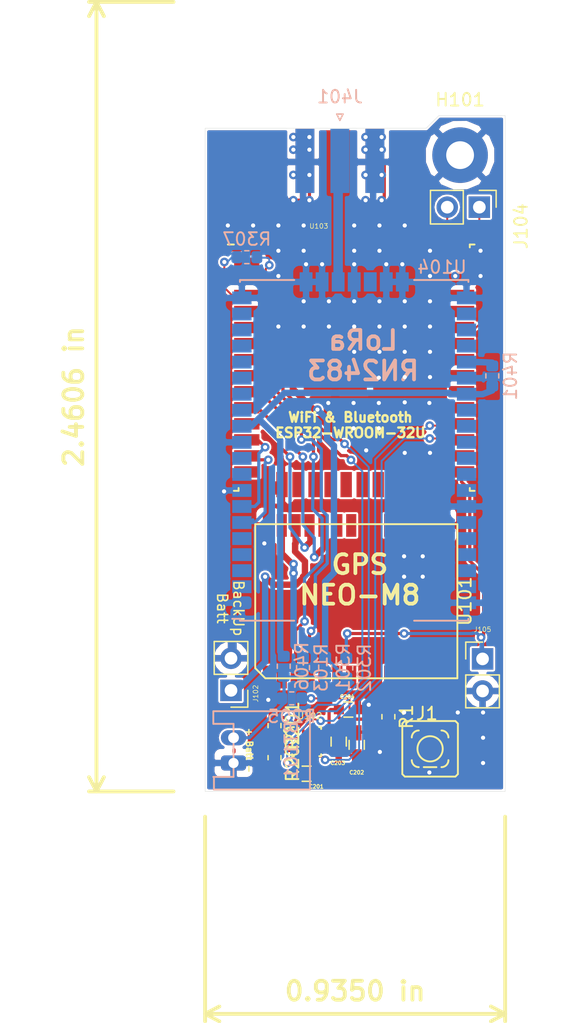
<source format=kicad_pcb>
(kicad_pcb (version 20171130) (host pcbnew 5.0.2+dfsg1-1~bpo9+1)
  (title_block (title "Cowbell ") (date 2019-03-01) (rev v0.3))
  (layers (0 F.Cu signal) (31 B.Cu signal) (34 B.Paste user) (35 F.Paste user) (36 B.SilkS user) (37 F.SilkS user) (38 B.Mask user) (39 F.Mask user) (44 Edge.Cuts user))
  (net 0 "")
  (net 1 GND)
  (net 2 "Net-(U101-Pad14)")
  (net 3 "Net-(U101-Pad15)")
  (net 4 "Net-(U101-Pad16)")
  (net 5 "Net-(U101-Pad17)")
  (net 6 "Net-(U101-Pad7)")
  (net 7 "Net-(U101-Pad18)")
  (net 8 "Net-(U101-Pad6)")
  (net 9 "Net-(U101-Pad19)")
  (net 10 "Net-(U101-Pad5)")
  (net 11 Tx0)
  (net 12 Rx0)
  (net 13 +3V3)
  (net 14 "Net-(U101-Pad2)")
  (net 15 "Net-(U101-Pad1)")
  (net 16 SCL)
  (net 17 SDA)
  (net 18 "Net-(U103-Pad37)")
  (net 19 "Net-(U103-Pad36)")
  (net 20 "Net-(U103-Pad33)")
  (net 21 "Net-(U103-Pad32)")
  (net 22 "Net-(U103-Pad31)")
  (net 23 "Net-(U103-Pad30)")
  (net 24 "Net-(U103-Pad29)")
  (net 25 "Net-(U103-Pad26)")
  (net 26 "Net-(U103-Pad24)")
  (net 27 "Net-(U103-Pad23)")
  (net 28 "Net-(U103-Pad22)")
  (net 29 "Net-(U103-Pad21)")
  (net 30 "Net-(U103-Pad20)")
  (net 31 "Net-(U103-Pad19)")
  (net 32 "Net-(U103-Pad18)")
  (net 33 "Net-(U103-Pad17)")
  (net 34 "Net-(U103-Pad16)")
  (net 35 "Net-(U103-Pad14)")
  (net 36 "Net-(U103-Pad5)")
  (net 37 "Net-(U103-Pad4)")
  (net 38 Tx1)
  (net 39 Rx1)
  (net 40 "Net-(U104-Pad2)")
  (net 41 "Net-(U104-Pad3)")
  (net 42 "Net-(U104-Pad4)")
  (net 43 "Net-(U104-Pad5)")
  (net 44 "Net-(U104-Pad9)")
  (net 45 "Net-(U104-Pad10)")
  (net 46 "Net-(U104-Pad13)")
  (net 47 "Net-(U104-Pad14)")
  (net 48 "Net-(U104-Pad15)")
  (net 49 "Net-(U104-Pad16)")
  (net 50 "Net-(U104-Pad17)")
  (net 51 "Net-(U104-Pad18)")
  (net 52 "Net-(U104-Pad19)")
  (net 53 "Net-(U104-Pad29)")
  (net 54 "Net-(U104-Pad35)")
  (net 55 "Net-(U104-Pad36)")
  (net 56 "Net-(U104-Pad37)")
  (net 57 "Net-(U104-Pad38)")
  (net 58 "Net-(U104-Pad39)")
  (net 59 "Net-(U104-Pad40)")
  (net 60 "Net-(U104-Pad42)")
  (net 61 "Net-(U104-Pad43)")
  (net 62 "Net-(U104-Pad44)")
  (net 63 "Net-(U104-Pad45)")
  (net 64 "Net-(U104-Pad46)")
  (net 65 "Net-(R1-Pad1)")
  (net 66 "Net-(J1-Pad1)")
  (net 67 "Net-(R1-Pad2)")
  (net 68 "Net-(C201-Pad1)")
  (net 69 Int_MAG)
  (net 70 DRDY_MAG)
  (net 71 Extint)
  (net 72 Timepulse)
  (net 73 Int_XL)
  (net 74 "Net-(J104-Pad2)")
  (net 75 "Net-(J104-Pad1)")
  (net 76 "Net-(J105-Pad1)")
  (net 77 "Net-(U104-Pad30)")
  (net 78 "Net-(U104-Pad31)")
  (net 79 "Net-(U104-Pad25)")
  (net 80 "Net-(C202-Pad1)")
  (net 81 /VCC102)
  (net 82 /VCC101)
  (net 83 /VCC103)
  (net 84 /VccGPS_backup)
  (net 85 "Net-(R307-Pad2)")
  (net 86 "Net-(J401-Pad1)")
  (net 87 "Net-(R401-Pad2)")
  (module Resistor_SMD:R_0603_1608Metric (layer B.Cu) (at 122.95 68 90)
    (fp_text reference R103 (at 0 1.43 90) (layer B.SilkS) (effects (justify mirror)))
    (fp_text value shunt)
    (pad 1 smd roundrect (at -0.7875 0 90) (size 0.875 0.95) (layers B.Cu B.Paste B.Mask) (net 13 +3V3))
    (pad 2 smd roundrect (at 0.7875 0 90) (size 0.875 0.95) (layers B.Cu B.Paste B.Mask) (net 82 /VCC101))
  )
  (module Resistor_SMD:R_0603_1608Metric (layer F.Cu) (at 120.694 72.588 270)
    (fp_text reference R201 (at 0 -1.43 270) (layer F.SilkS))
    (fp_text value 2k2)
    (pad 2 smd roundrect (at 0.7875 0 270) (size 0.875 0.95) (layers F.Cu F.Paste F.Mask) (net 80 "Net-(C202-Pad1)"))
    (pad 1 smd roundrect (at -0.7875 0 270) (size 0.875 0.95) (layers F.Cu F.Paste F.Mask) (net 16 SCL))
  )
  (module Resistor_SMD:R_0603_1608Metric (layer F.Cu) (at 120.694 75.128 270)
    (fp_text reference R202 (at 0 -1.43 270) (layer F.SilkS))
    (fp_text value 2k2)
    (pad 1 smd roundrect (at -0.7875 0 270) (size 0.875 0.95) (layers F.Cu F.Paste F.Mask) (net 80 "Net-(C202-Pad1)"))
    (pad 2 smd roundrect (at 0.7875 0 270) (size 0.875 0.95) (layers F.Cu F.Paste F.Mask) (net 17 SDA))
  )
  (module Resistor_SMD:R_0603_1608Metric (layer B.Cu) (at 122.058 70.434)
    (fp_text reference R205 (at 0 1.43) (layer B.SilkS) (effects (justify mirror)))
    (fp_text value shunt)
    (pad 2 smd roundrect (at 0.7875 0) (size 0.875 0.95) (layers B.Cu B.Paste B.Mask) (net 80 "Net-(C202-Pad1)"))
    (pad 1 smd roundrect (at -0.7875 0) (size 0.875 0.95) (layers B.Cu B.Paste B.Mask) (net 13 +3V3))
  )
  (module Resistor_SMD:R_0603_1608Metric (layer B.Cu) (at 124.7 67.9625 90)
    (fp_text reference R301 (at 0 1.43 90) (layer B.SilkS) (effects (justify mirror)))
    (fp_text value shunt)
    (pad 1 smd roundrect (at -0.7875 0 90) (size 0.875 0.95) (layers B.Cu B.Paste B.Mask) (net 13 +3V3))
    (pad 2 smd roundrect (at 0.7875 0 90) (size 0.875 0.95) (layers B.Cu B.Paste B.Mask) (net 83 /VCC103))
  )
  (module Resistor_SMD:R_0603_1608Metric (layer B.Cu) (at 137.933 44.907 90)
    (fp_text reference R401 (at 0 1.43 90) (layer B.SilkS) (effects (justify mirror)))
    (fp_text value 10k)
    (pad 2 smd roundrect (at 0.7875 0 90) (size 0.875 0.95) (layers B.Cu B.Paste B.Mask) (net 87 "Net-(R401-Pad2)"))
    (pad 1 smd roundrect (at -0.7875 0 90) (size 0.875 0.95) (layers B.Cu B.Paste B.Mask) (net 81 /VCC102))
  )
  (module Resistor_SMD:R_0603_1608Metric (layer B.Cu) (at 121.423 67.894 90)
    (fp_text reference R406 (at 0 1.43 90) (layer B.SilkS) (effects (justify mirror)))
    (fp_text value shunt)
    (pad 1 smd roundrect (at -0.7875 0 90) (size 0.875 0.95) (layers B.Cu B.Paste B.Mask) (net 13 +3V3))
    (pad 2 smd roundrect (at 0.7875 0 90) (size 0.875 0.95) (layers B.Cu B.Paste B.Mask) (net 81 /VCC102))
  )
  (module Resistor_SMD:R_0603_1608Metric (layer B.Cu) (at 126.376 68.021 90)
    (fp_text reference R302 (at 0 1.43 90) (layer B.SilkS) (effects (justify mirror)))
    (fp_text value 2k2)
    (pad 2 smd roundrect (at 0.7875 0 90) (size 0.875 0.95) (layers B.Cu B.Paste B.Mask) (net 76 "Net-(J105-Pad1)"))
    (pad 1 smd roundrect (at -0.7875 0 90) (size 0.875 0.95) (layers B.Cu B.Paste B.Mask) (net 83 /VCC103))
  )
  (module Resistor_SMD:R_0603_1608Metric (layer B.Cu) (at 118.502 35.509 180)
    (fp_text reference R307 (at 0 1.43 180) (layer B.SilkS) (effects (justify mirror)))
    (fp_text value 2k2)
    (pad 1 smd roundrect (at -0.7875 0 180) (size 0.875 0.95) (layers B.Cu B.Paste B.Mask) (net 83 /VCC103))
    (pad 2 smd roundrect (at 0.7875 0 180) (size 0.875 0.95) (layers B.Cu B.Paste B.Mask) (net 85 "Net-(R307-Pad2)"))
  )
  (module Resistor_SMD:R_0603_1608Metric_Pad1.05x0.95mm_HandSolder (layer F.Cu) (at 129.706 71.887 270)
    (fp_text reference R1 (at 0 -1.43 270) (layer F.SilkS))
    (fp_text value DNC)
    (pad 1 smd roundrect (at -0.875 0 270) (size 1.05 0.95) (layers F.Cu F.Paste F.Mask) (net 65 "Net-(R1-Pad1)"))
    (pad 2 smd roundrect (at 0.875 0 270) (size 1.05 0.95) (layers F.Cu F.Paste F.Mask) (net 67 "Net-(R1-Pad2)"))
  )
  (module Emborg:SMA_EdgeMount (layer B.Cu) (at 125.868 27.889 270)
    (fp_text reference J401 (at -5.08 0 180) (layer B.SilkS) (effects (justify mirror)))
    (fp_text value Conn_Coaxial)
    (pad 2 smd rect (at 0 -2.77 180) (size 1.5 5.08) (layers F.Cu F.Paste F.Mask) (net 1 GND))
    (pad 2 smd rect (at 0 2.77 180) (size 1.5 5.08) (layers F.Cu F.Paste F.Mask) (net 1 GND))
    (pad 2 smd rect (at 0 -2.77 180) (size 1.5 5.08) (layers B.Cu B.Paste B.Mask) (net 1 GND))
    (pad 2 smd rect (at 0 2.77 180) (size 1.5 5.08) (layers B.Cu B.Paste B.Mask) (net 1 GND))
    (pad 1 smd rect (at 0 0 180) (size 1.5 5.08) (layers B.Cu B.Paste B.Mask) (net 86 "Net-(J401-Pad1)"))
  )
  (module Emborg:batt_Connector (layer B.Cu) (at 117.45 74.55 90)
    (fp_text reference BT101 (at 0 4.572 90) (layer B.SilkS) (effects (justify mirror)))
    (fp_text value Battery_Cell)
    (pad 2 thru_hole roundrect (at -1 0 90) (size 1.2 2) (drill 0.805) (layers *.Cu *.Mask) (net 1 GND))
    (pad 1 thru_hole oval (at 1 0 90) (size 1.2 2) (drill 0.85) (layers *.Cu *.Mask) (net 13 +3V3))
  )
  (module Pin_Headers:Pin_Header_Straight_1x02_Pitch2.54mm (layer F.Cu) (at 137.16 67.31)
    (fp_text reference J105 (at 0 -2.33) (layer F.SilkS) (effects (font (size 0.381 0.381) (thickness 0.0508))))
    (fp_text value Conn_01x02_Male)
    (pad 2 thru_hole oval (at 0 2.54) (size 1.7 1.7) (drill 1) (layers *.Cu *.Mask) (net 1 GND))
    (pad 1 thru_hole rect (at 0 0) (size 1.7 1.7) (drill 1) (layers *.Cu *.Mask) (net 76 "Net-(J105-Pad1)"))
  )
  (module Pin_Headers:Pin_Header_Straight_1x02_Pitch2.54mm (layer F.Cu) (at 117.25 69.8 180)
    (fp_text reference J102 (at -1.95 -0.25 90) (layer F.SilkS) (effects (font (size 0.381 0.381) (thickness 0.0508))))
    (fp_text value Conn_01x02_Male)
    (pad 2 thru_hole oval (at 0 2.54 180) (size 1.7 1.7) (drill 1) (layers *.Cu *.Mask) (net 1 GND))
    (pad 1 thru_hole rect (at 0 0 180) (size 1.7 1.7) (drill 1) (layers *.Cu *.Mask) (net 84 /VccGPS_backup))
  )
  (module Mounting_Holes:MountingHole_2.2mm_M2_Pad (layer F.Cu) (at 135.382 27.432)
    (fp_text reference H101 (at 0 -4.382) (layer F.SilkS))
    (fp_text value MountingHole_Pad)
    (pad 1 thru_hole circle (at 0 0) (size 4.4 4.4) (drill 2.2) (layers *.Cu *.Mask) (net 1 GND))
  )
  (module Emborg:NEO-M8 (layer F.Cu) (at 127.166 62.743 180)
    (fp_text reference U101 (at -8.6 0 -90) (layer F.SilkS))
    (fp_text value NEO-M8)
    (pad 12 smd rect (at -7 -6 180) (size 0.8 1.8) (layers F.Cu F.Paste F.Mask) (net 1 GND))
    (pad 13 smd rect (at -7 6 180) (size 0.8 1.8) (layers F.Cu F.Paste F.Mask) (net 1 GND))
    (pad 11 smd rect (at -5.9 -6 180) (size 0.8 1.8) (layers F.Cu F.Paste F.Mask) (net 66 "Net-(J1-Pad1)"))
    (pad 14 smd rect (at -5.9 6 180) (size 0.8 1.8) (layers F.Cu F.Paste F.Mask) (net 2 "Net-(U101-Pad14)"))
    (pad 10 smd rect (at -4.8 -6 180) (size 0.8 1.8) (layers F.Cu F.Paste F.Mask) (net 1 GND))
    (pad 15 smd rect (at -4.8 6 180) (size 0.8 1.8) (layers F.Cu F.Paste F.Mask) (net 3 "Net-(U101-Pad15)"))
    (pad 9 smd rect (at -3.7 -6 180) (size 0.8 1.8) (layers F.Cu F.Paste F.Mask) (net 65 "Net-(R1-Pad1)"))
    (pad 16 smd rect (at -3.7 6 180) (size 0.8 1.8) (layers F.Cu F.Paste F.Mask) (net 4 "Net-(U101-Pad16)"))
    (pad 8 smd rect (at -2.6 -6 180) (size 0.8 1.8) (layers F.Cu F.Paste F.Mask) (net 67 "Net-(R1-Pad2)"))
    (pad 17 smd rect (at -2.6 6 180) (size 0.8 1.8) (layers F.Cu F.Paste F.Mask) (net 5 "Net-(U101-Pad17)"))
    (pad 7 smd rect (at 0.4 -6 180) (size 0.8 1.8) (layers F.Cu F.Paste F.Mask) (net 6 "Net-(U101-Pad7)"))
    (pad 18 smd rect (at 0.4 6 180) (size 0.8 1.8) (layers F.Cu F.Paste F.Mask) (net 7 "Net-(U101-Pad18)"))
    (pad 6 smd rect (at 1.5 -6 180) (size 0.8 1.8) (layers F.Cu F.Paste F.Mask) (net 8 "Net-(U101-Pad6)"))
    (pad 19 smd rect (at 1.5 6 180) (size 0.8 1.8) (layers F.Cu F.Paste F.Mask) (net 9 "Net-(U101-Pad19)"))
    (pad 5 smd rect (at 2.6 -6 180) (size 0.8 1.8) (layers F.Cu F.Paste F.Mask) (net 10 "Net-(U101-Pad5)"))
    (pad 20 smd rect (at 2.6 6 180) (size 0.8 1.8) (layers F.Cu F.Paste F.Mask) (net 11 Tx0))
    (pad 4 smd rect (at 3.7 -6 180) (size 0.8 1.8) (layers F.Cu F.Paste F.Mask) (net 71 Extint))
    (pad 21 smd rect (at 3.7 6 180) (size 0.8 1.8) (layers F.Cu F.Paste F.Mask) (net 12 Rx0))
    (pad 3 smd rect (at 4.8 -6 180) (size 0.8 1.8) (layers F.Cu F.Paste F.Mask) (net 72 Timepulse))
    (pad 22 smd rect (at 4.8 6 180) (size 0.8 1.8) (layers F.Cu F.Paste F.Mask) (net 84 /VccGPS_backup))
    (pad 2 smd rect (at 5.9 -6 180) (size 0.8 1.8) (layers F.Cu F.Paste F.Mask) (net 14 "Net-(U101-Pad2)"))
    (pad 23 smd rect (at 5.9 6 180) (size 0.8 1.8) (layers F.Cu F.Paste F.Mask) (net 82 /VCC101))
    (pad 1 smd rect (at 7 -6 180) (size 0.8 1.8) (layers F.Cu F.Paste F.Mask) (net 15 "Net-(U101-Pad1)"))
    (pad 24 smd rect (at 7 6 180) (size 0.8 1.8) (layers F.Cu F.Paste F.Mask) (net 1 GND))
  )
  (module Capacitors_SMD:C_0603 (layer F.Cu) (at 123.234 76.398)
    (fp_text reference C201 (at 0.762 1.016 180) (layer F.SilkS) (effects (font (size 0.3 0.3) (thickness 0.075))))
    (fp_text value 0.1µF)
    (pad 2 smd rect (at 0.75 0) (size 0.8 0.75) (layers F.Cu F.Paste F.Mask) (net 1 GND))
    (pad 1 smd rect (at -0.75 0) (size 0.8 0.75) (layers F.Cu F.Paste F.Mask) (net 68 "Net-(C201-Pad1)"))
  )
  (module Capacitors_SMD:C_0603 (layer F.Cu) (at 126.536 71.318)
    (fp_text reference C204 (at -0.086 -1.018) (layer F.SilkS) (effects (font (size 0.3 0.3) (thickness 0.075))))
    (fp_text value 0.1µF)
    (pad 1 smd rect (at -0.75 0) (size 0.8 0.75) (layers F.Cu F.Paste F.Mask) (net 80 "Net-(C202-Pad1)"))
    (pad 2 smd rect (at 0.75 0) (size 0.8 0.75) (layers F.Cu F.Paste F.Mask) (net 1 GND))
  )
  (module Capacitors_SMD:C_0603 (layer F.Cu) (at 125.774 73.858 270)
    (fp_text reference C203 (at 1.692 0.074 180) (layer F.SilkS) (effects (font (size 0.3 0.3) (thickness 0.075))))
    (fp_text value 0.1µF)
    (pad 1 smd rect (at -0.75 0 270) (size 0.8 0.75) (layers F.Cu F.Paste F.Mask) (net 80 "Net-(C202-Pad1)"))
    (pad 2 smd rect (at 0.75 0 270) (size 0.8 0.75) (layers F.Cu F.Paste F.Mask) (net 1 GND))
  )
  (module Capacitors_SMD:C_0603_HandSoldering (layer F.Cu) (at 127.2 74.112 270)
    (fp_text reference C202 (at 2.188 0 180) (layer F.SilkS) (effects (font (size 0.3 0.3) (thickness 0.075))))
    (fp_text value 10µF)
    (pad 2 smd rect (at 0.95 0 270) (size 1.2 0.75) (layers F.Cu F.Paste F.Mask) (net 1 GND))
    (pad 1 smd rect (at -0.95 0 270) (size 1.2 0.75) (layers F.Cu F.Paste F.Mask) (net 80 "Net-(C202-Pad1)"))
  )
  (module Emborg:u.fl (layer F.Cu) (at 133.008 74.427)
    (fp_text reference J1 (at -0.254 -2.794) (layer F.SilkS))
    (fp_text value Conn_Coaxial)
    (pad 2 smd rect (at 1.475 0.025) (size 1.05 2.2) (layers F.Cu F.Paste F.Mask) (net 1 GND))
    (pad 2 smd rect (at -1.475 0.025) (size 1.05 2.2) (layers F.Cu F.Paste F.Mask) (net 1 GND))
    (pad 1 smd rect (at 0 -1.5) (size 1 1.05) (layers F.Cu F.Paste F.Mask) (net 66 "Net-(J1-Pad1)"))
  )
  (module Emborg:RN2483 (layer B.Cu) (at 127 50.8)
    (fp_text reference U104 (at 6.95 -14.5) (layer B.SilkS) (effects (justify mirror)))
    (fp_text value RN2483A-I)
    (pad 1 smd roundrect (at -8.89 12.065 270) (size 1.016 1.524) (layers B.Cu B.Paste B.Mask) (net 1 GND))
    (pad 2 smd rect (at -8.89 10.795 270) (size 1.016 1.524) (layers B.Cu B.Paste B.Mask) (net 40 "Net-(U104-Pad2)"))
    (pad 3 smd rect (at -8.89 9.525 270) (size 1.016 1.524) (layers B.Cu B.Paste B.Mask) (net 41 "Net-(U104-Pad3)"))
    (pad 4 smd rect (at -8.89 8.255 270) (size 1.016 1.524) (layers B.Cu B.Paste B.Mask) (net 42 "Net-(U104-Pad4)"))
    (pad 5 smd rect (at -8.89 6.985 270) (size 1.016 1.524) (layers B.Cu B.Paste B.Mask) (net 43 "Net-(U104-Pad5)"))
    (pad 6 smd rect (at -8.89 5.715 270) (size 1.016 1.524) (layers B.Cu B.Paste B.Mask) (net 38 Tx1))
    (pad 7 smd rect (at -8.89 4.445 270) (size 1.016 1.524) (layers B.Cu B.Paste B.Mask) (net 39 Rx1))
    (pad 8 smd rect (at -8.89 3.175 270) (size 1.016 1.524) (layers B.Cu B.Paste B.Mask) (net 1 GND))
    (pad 9 smd rect (at -8.89 1.905 270) (size 1.016 1.524) (layers B.Cu B.Paste B.Mask) (net 44 "Net-(U104-Pad9)"))
    (pad 10 smd rect (at -8.89 0.635 270) (size 1.016 1.524) (layers B.Cu B.Paste B.Mask) (net 45 "Net-(U104-Pad10)"))
    (pad 11 smd rect (at -8.89 -0.635 270) (size 1.016 1.524) (layers B.Cu B.Paste B.Mask) (net 1 GND))
    (pad 12 smd rect (at -8.89 -1.905 270) (size 1.016 1.524) (layers B.Cu B.Paste B.Mask) (net 81 /VCC102))
    (pad 13 smd rect (at -8.89 -3.175 270) (size 1.016 1.524) (layers B.Cu B.Paste B.Mask) (net 46 "Net-(U104-Pad13)"))
    (pad 14 smd rect (at -8.89 -4.445 270) (size 1.016 1.524) (layers B.Cu B.Paste B.Mask) (net 47 "Net-(U104-Pad14)"))
    (pad 15 smd rect (at -8.89 -5.715 270) (size 1.016 1.524) (layers B.Cu B.Paste B.Mask) (net 48 "Net-(U104-Pad15)"))
    (pad 16 smd rect (at -8.89 -6.985 270) (size 1.016 1.524) (layers B.Cu B.Paste B.Mask) (net 49 "Net-(U104-Pad16)"))
    (pad 17 smd rect (at -8.89 -8.255 270) (size 1.016 1.524) (layers B.Cu B.Paste B.Mask) (net 50 "Net-(U104-Pad17)"))
    (pad 18 smd rect (at -8.89 -9.525 270) (size 1.016 1.524) (layers B.Cu B.Paste B.Mask) (net 51 "Net-(U104-Pad18)"))
    (pad 19 smd rect (at -8.89 -10.795 270) (size 1.016 1.524) (layers B.Cu B.Paste B.Mask) (net 52 "Net-(U104-Pad19)"))
    (pad 20 smd rect (at -8.89 -12.065 270) (size 1.016 1.524) (layers B.Cu B.Paste B.Mask) (net 1 GND))
    (pad 21 smd rect (at -3.81 -13.335) (size 1.016 1.524) (layers B.Cu B.Paste B.Mask) (net 1 GND))
    (pad 22 smd rect (at -2.54 -13.335) (size 1.016 1.524) (layers B.Cu B.Paste B.Mask) (net 1 GND))
    (pad 23 smd rect (at -1.27 -13.335) (size 1.016 1.524) (layers B.Cu B.Paste B.Mask) (net 86 "Net-(J401-Pad1)"))
    (pad 24 smd rect (at 0 -13.335) (size 1.016 1.524) (layers B.Cu B.Paste B.Mask) (net 1 GND))
    (pad 25 smd rect (at 1.27 -13.335) (size 1.016 1.524) (layers B.Cu B.Paste B.Mask) (net 79 "Net-(U104-Pad25)"))
    (pad 26 smd rect (at 2.54 -13.335) (size 1.016 1.524) (layers B.Cu B.Paste B.Mask) (net 1 GND))
    (pad 27 smd rect (at 3.81 -13.335) (size 1.016 1.524) (layers B.Cu B.Paste B.Mask) (net 1 GND))
    (pad 28 smd rect (at 8.89 -12.065 270) (size 1.016 1.524) (layers B.Cu B.Paste B.Mask) (net 1 GND))
    (pad 29 smd rect (at 8.89 -10.795 270) (size 1.016 1.524) (layers B.Cu B.Paste B.Mask) (net 53 "Net-(U104-Pad29)"))
    (pad 30 smd rect (at 8.89 -9.525 270) (size 1.016 1.524) (layers B.Cu B.Paste B.Mask) (net 77 "Net-(U104-Pad30)"))
    (pad 31 smd rect (at 8.89 -8.255 270) (size 1.016 1.524) (layers B.Cu B.Paste B.Mask) (net 78 "Net-(U104-Pad31)"))
    (pad 32 smd rect (at 8.89 -6.985 270) (size 1.016 1.524) (layers B.Cu B.Paste B.Mask) (net 87 "Net-(R401-Pad2)"))
    (pad 33 smd rect (at 8.89 -5.715 270) (size 1.016 1.524) (layers B.Cu B.Paste B.Mask) (net 1 GND))
    (pad 34 smd rect (at 8.89 -4.445 270) (size 1.016 1.524) (layers B.Cu B.Paste B.Mask) (net 81 /VCC102))
    (pad 35 smd rect (at 8.89 -3.175 270) (size 1.016 1.524) (layers B.Cu B.Paste B.Mask) (net 54 "Net-(U104-Pad35)"))
    (pad 36 smd rect (at 8.89 -1.905 270) (size 1.016 1.524) (layers B.Cu B.Paste B.Mask) (net 55 "Net-(U104-Pad36)"))
    (pad 37 smd rect (at 8.89 -0.635 270) (size 1.016 1.524) (layers B.Cu B.Paste B.Mask) (net 56 "Net-(U104-Pad37)"))
    (pad 38 smd rect (at 8.89 0.635 270) (size 1.016 1.524) (layers B.Cu B.Paste B.Mask) (net 57 "Net-(U104-Pad38)"))
    (pad 39 smd rect (at 8.89 1.905 270) (size 1.016 1.524) (layers B.Cu B.Paste B.Mask) (net 58 "Net-(U104-Pad39)"))
    (pad 40 smd rect (at 8.89 3.175 270) (size 1.016 1.524) (layers B.Cu B.Paste B.Mask) (net 59 "Net-(U104-Pad40)"))
    (pad 41 smd rect (at 8.89 4.445 270) (size 1.016 1.524) (layers B.Cu B.Paste B.Mask) (net 1 GND))
    (pad 42 smd rect (at 8.89 5.715 270) (size 1.016 1.524) (layers B.Cu B.Paste B.Mask) (net 60 "Net-(U104-Pad42)"))
    (pad 43 smd rect (at 8.89 6.985 270) (size 1.016 1.524) (layers B.Cu B.Paste B.Mask) (net 61 "Net-(U104-Pad43)"))
    (pad 44 smd rect (at 8.89 8.255 270) (size 1.016 1.524) (layers B.Cu B.Paste B.Mask) (net 62 "Net-(U104-Pad44)"))
    (pad 45 smd rect (at 8.89 9.525 270) (size 1.016 1.524) (layers B.Cu B.Paste B.Mask) (net 63 "Net-(U104-Pad45)"))
    (pad 46 smd rect (at 8.89 10.795 270) (size 1.016 1.524) (layers B.Cu B.Paste B.Mask) (net 64 "Net-(U104-Pad46)"))
    (pad 47 smd rect (at 8.89 12.065 270) (size 1.016 1.524) (layers B.Cu B.Paste B.Mask) (net 1 GND))
  )
  (module Emborg:QFN-12_2x2_lsm303c (layer F.Cu) (at 123.234 73.858)
    (fp_text reference U102 (at 0.254 -2.032) (layer F.SilkS) (effects (font (size 0.5 0.5) (thickness 0.075))))
    (fp_text value LSM303C)
    (pad 1 smd rect (at -0.75 -0.75 90) (size 0.25 0.275) (layers F.Cu F.Paste F.Mask) (net 16 SCL))
    (pad 2 smd rect (at -0.75 -0.25 90) (size 0.25 0.275) (layers F.Cu F.Paste F.Mask) (net 80 "Net-(C202-Pad1)"))
    (pad 3 smd rect (at -0.75 0.25 90) (size 0.25 0.275) (layers F.Cu F.Paste F.Mask) (net 80 "Net-(C202-Pad1)"))
    (pad 4 smd rect (at -0.75 0.75 90) (size 0.25 0.275) (layers F.Cu F.Paste F.Mask) (net 17 SDA))
    (pad 5 smd rect (at -0.25 0.75) (size 0.25 0.275) (layers F.Cu F.Paste F.Mask) (net 68 "Net-(C201-Pad1)"))
    (pad 6 smd rect (at 0.25 0.75) (size 0.25 0.275) (layers F.Cu F.Paste F.Mask) (net 1 GND))
    (pad 7 smd rect (at 0.75 0.75 90) (size 0.25 0.275) (layers F.Cu F.Paste F.Mask) (net 69 Int_MAG))
    (pad 8 smd rect (at 0.75 0.25 90) (size 0.25 0.275) (layers F.Cu F.Paste F.Mask) (net 1 GND))
    (pad 9 smd rect (at 0.75 -0.25 90) (size 0.25 0.275) (layers F.Cu F.Paste F.Mask) (net 80 "Net-(C202-Pad1)"))
    (pad 10 smd rect (at 0.75 -0.75 90) (size 0.25 0.275) (layers F.Cu F.Paste F.Mask) (net 80 "Net-(C202-Pad1)"))
    (pad 11 smd rect (at 0.25 -0.75) (size 0.25 0.275) (layers F.Cu F.Paste F.Mask) (net 70 DRDY_MAG))
    (pad 12 smd rect (at -0.25 -0.75) (size 0.25 0.275) (layers F.Cu F.Paste F.Mask) (net 73 Int_XL))
  )
  (module Emborg:SP32-WROOM-32U (layer F.Cu) (at 127 44.255)
    (fp_text reference U103 (at -2.8 -11.205) (layer F.SilkS) (effects (font (size 0.381 0.381) (thickness 0.0508))))
    (fp_text value ESP32-WROOM-32)
    (pad 39 smd rect (at -1.5 -0.755) (size 5 5) (layers F.Cu F.Paste F.Mask) (net 1 GND))
    (pad 38 smd rect (at 8.5 -8.255 90) (size 0.9 2) (layers F.Cu F.Paste F.Mask) (net 1 GND))
    (pad 37 smd rect (at 8.5 -6.985 90) (size 0.9 2) (layers F.Cu F.Paste F.Mask) (net 18 "Net-(U103-Pad37)"))
    (pad 36 smd rect (at 8.5 -5.715 90) (size 0.9 2) (layers F.Cu F.Paste F.Mask) (net 19 "Net-(U103-Pad36)"))
    (pad 35 smd rect (at 8.5 -4.445 90) (size 0.9 2) (layers F.Cu F.Paste F.Mask) (net 74 "Net-(J104-Pad2)"))
    (pad 34 smd rect (at 8.5 -3.175 90) (size 0.9 2) (layers F.Cu F.Paste F.Mask) (net 75 "Net-(J104-Pad1)"))
    (pad 33 smd rect (at 8.5 -1.905 90) (size 0.9 2) (layers F.Cu F.Paste F.Mask) (net 20 "Net-(U103-Pad33)"))
    (pad 32 smd rect (at 8.5 -0.635 90) (size 0.9 2) (layers F.Cu F.Paste F.Mask) (net 21 "Net-(U103-Pad32)"))
    (pad 31 smd rect (at 8.5 0.635 90) (size 0.9 2) (layers F.Cu F.Paste F.Mask) (net 22 "Net-(U103-Pad31)"))
    (pad 30 smd rect (at 8.5 1.905 90) (size 0.9 2) (layers F.Cu F.Paste F.Mask) (net 23 "Net-(U103-Pad30)"))
    (pad 29 smd rect (at 8.5 3.175 90) (size 0.9 2) (layers F.Cu F.Paste F.Mask) (net 24 "Net-(U103-Pad29)"))
    (pad 28 smd rect (at 8.5 4.445 90) (size 0.9 2) (layers F.Cu F.Paste F.Mask) (net 73 Int_XL))
    (pad 27 smd rect (at 8.5 5.715 90) (size 0.9 2) (layers F.Cu F.Paste F.Mask) (net 69 Int_MAG))
    (pad 26 smd rect (at 8.5 6.985 90) (size 0.9 2) (layers F.Cu F.Paste F.Mask) (net 25 "Net-(U103-Pad26)"))
    (pad 25 smd rect (at 8.5 8.255 90) (size 0.9 2) (layers F.Cu F.Paste F.Mask) (net 76 "Net-(J105-Pad1)"))
    (pad 24 smd rect (at 5.715 9.255) (size 0.9 2) (layers F.Cu F.Paste F.Mask) (net 26 "Net-(U103-Pad24)"))
    (pad 23 smd rect (at 4.445 9.255) (size 0.9 2) (layers F.Cu F.Paste F.Mask) (net 27 "Net-(U103-Pad23)"))
    (pad 22 smd rect (at 3.175 9.255) (size 0.9 2) (layers F.Cu F.Paste F.Mask) (net 28 "Net-(U103-Pad22)"))
    (pad 21 smd rect (at 1.905 9.255) (size 0.9 2) (layers F.Cu F.Paste F.Mask) (net 29 "Net-(U103-Pad21)"))
    (pad 20 smd rect (at 0.635 9.255) (size 0.9 2) (layers F.Cu F.Paste F.Mask) (net 30 "Net-(U103-Pad20)"))
    (pad 19 smd rect (at -0.635 9.255) (size 0.9 2) (layers F.Cu F.Paste F.Mask) (net 31 "Net-(U103-Pad19)"))
    (pad 18 smd rect (at -1.905 9.255) (size 0.9 2) (layers F.Cu F.Paste F.Mask) (net 32 "Net-(U103-Pad18)"))
    (pad 17 smd rect (at -3.175 9.255) (size 0.9 2) (layers F.Cu F.Paste F.Mask) (net 33 "Net-(U103-Pad17)"))
    (pad 16 smd rect (at -4.445 9.255) (size 0.9 2) (layers F.Cu F.Paste F.Mask) (net 34 "Net-(U103-Pad16)"))
    (pad 15 smd rect (at -5.715 9.255) (size 0.9 2) (layers F.Cu F.Paste F.Mask) (net 1 GND))
    (pad 14 smd rect (at -8.5 8.255 90) (size 0.9 2) (layers F.Cu F.Paste F.Mask) (net 35 "Net-(U103-Pad14)"))
    (pad 13 smd rect (at -8.5 6.985 90) (size 0.9 2) (layers F.Cu F.Paste F.Mask) (net 38 Tx1))
    (pad 12 smd rect (at -8.5 5.715 90) (size 0.9 2) (layers F.Cu F.Paste F.Mask) (net 39 Rx1))
    (pad 11 smd rect (at -8.5 4.445 90) (size 0.9 2) (layers F.Cu F.Paste F.Mask) (net 12 Rx0))
    (pad 10 smd rect (at -8.5 3.175 90) (size 0.9 2) (layers F.Cu F.Paste F.Mask) (net 11 Tx0))
    (pad 9 smd rect (at -8.5 1.905 90) (size 0.9 2) (layers F.Cu F.Paste F.Mask) (net 71 Extint))
    (pad 8 smd rect (at -8.5 0.635 90) (size 0.9 2) (layers F.Cu F.Paste F.Mask) (net 72 Timepulse))
    (pad 7 smd rect (at -8.5 -0.635 90) (size 0.9 2) (layers F.Cu F.Paste F.Mask) (net 16 SCL))
    (pad 6 smd rect (at -8.5 -1.905 90) (size 0.9 2) (layers F.Cu F.Paste F.Mask) (net 17 SDA))
    (pad 5 smd rect (at -8.5 -3.175 90) (size 0.9 2) (layers F.Cu F.Paste F.Mask) (net 36 "Net-(U103-Pad5)"))
    (pad 4 smd rect (at -8.5 -4.445 90) (size 0.9 2) (layers F.Cu F.Paste F.Mask) (net 37 "Net-(U103-Pad4)"))
    (pad 3 smd rect (at -8.5 -5.715 90) (size 0.9 2) (layers F.Cu F.Paste F.Mask) (net 85 "Net-(R307-Pad2)"))
    (pad 2 smd rect (at -8.5 -6.985 90) (size 0.9 2) (layers F.Cu F.Paste F.Mask) (net 83 /VCC103))
    (pad 1 smd rect (at -8.5 -8.255 90) (size 0.9 2) (layers F.Cu F.Paste F.Mask) (net 1 GND))
  )
  (module Pin_Headers:Pin_Header_Straight_1x02_Pitch2.54mm (layer F.Cu) (at 136.906 31.55 270)
    (fp_text reference J104 (at 1.5 -3.294 270) (layer F.SilkS))
    (fp_text value Conn_01x02_Male)
    (pad 1 thru_hole rect (at 0 0 270) (size 1.7 1.7) (drill 1) (layers *.Cu *.Mask) (net 75 "Net-(J104-Pad1)"))
    (pad 2 thru_hole oval (at 0 2.54 270) (size 1.7 1.7) (drill 1) (layers *.Cu *.Mask) (net 74 "Net-(J104-Pad2)"))
  )
  (gr_text "+ Batt -" (at 118.7 74.55 270) (layer F.SilkS) (effects (font (size 0.5 0.5) (thickness 0.125))))
  (gr_text "BackUp\nBatt" (at 117.2 63.3 270) (layer F.SilkS) (effects (font (size 0.8 0.8) (thickness 0.125))))
  (gr_text "GPS\nNEO-M8" (at 127.45 61.05) (layer F.SilkS) (effects (font (size 1.5 1.5) (thickness 0.3))))
  (gr_text "WiFi & Bluetooth\nESP32-WROOM-32U" (at 126.7 48.8) (layer F.SilkS) (effects (font (size 0.762 0.762) (thickness 0.1905))))
  (gr_text "LoRa\nRN2483" (at 127.7 43.3) (layer B.SilkS) (effects (font (size 1.5 1.5) (thickness 0.3)) (justify mirror)))
  (gr_line (start 115.2 25.3) (end 115.2 77.8) (layer Edge.Cuts) (width 0.0254))
  (gr_line (start 132.7 25.3) (end 115.2 25.3) (layer Edge.Cuts) (width 0.0254))
  (gr_line (start 133.7 24.3) (end 132.7 25.3) (layer Edge.Cuts) (width 0.0254))
  (gr_line (start 138.95 24.3) (end 133.7 24.3) (layer Edge.Cuts) (width 0.0254))
  (gr_line (start 138.95 77.8) (end 138.95 24.3) (layer Edge.Cuts) (width 0.0254))
  (gr_line (start 115.2 77.8) (end 138.95 77.8) (layer Edge.Cuts) (width 0.0254))
  (dimension 23.75 (width 0.3) (layer F.SilkS) (gr_text "23.750 mm" (at 127.075 97.509791) (layer F.SilkS) (effects (font (size 1.5 1.5) (thickness 0.3)))) (feature1 (pts (xy 138.95 79.8) (xy 138.95 95.996212))) (feature2 (pts (xy 115.2 79.8) (xy 115.2 95.996212))) (crossbar (pts (xy 115.2 95.409791) (xy 138.95 95.409791))) (arrow1a (pts (xy 138.95 95.409791) (xy 137.823496 95.996212))) (arrow1b (pts (xy 138.95 95.409791) (xy 137.823496 94.82337))) (arrow2a (pts (xy 115.2 95.409791) (xy 116.326504 95.996212))) (arrow2b (pts (xy 115.2 95.409791) (xy 116.326504 94.82337))))
  (dimension 62.5 (width 0.3) (layer F.SilkS) (gr_text "62.500 mm" (at 104.500946 46.55 270) (layer F.SilkS) (effects (font (size 1.5 1.5) (thickness 0.3)))) (feature1 (pts (xy 112.7 77.8) (xy 106.014525 77.8))) (feature2 (pts (xy 112.7 15.3) (xy 106.014525 15.3))) (crossbar (pts (xy 106.600946 15.3) (xy 106.600946 77.8))) (arrow1a (pts (xy 106.600946 77.8) (xy 106.014525 76.673496))) (arrow1b (pts (xy 106.600946 77.8) (xy 107.187367 76.673496))) (arrow2a (pts (xy 106.600946 15.3) (xy 106.014525 16.426504))) (arrow2b (pts (xy 106.600946 15.3) (xy 107.187367 16.426504))))
  (segment (start 117.486 74.67059) (end 117.486 74.498) (width 0.254) (layer F.Cu) (net 0))
  (via (at 127 36.068) (size 0.6858) (drill 0.3302) (layers F.Cu B.Cu) (net 1))
  (via (at 129.54 36.068) (size 0.6858) (drill 0.3302) (layers F.Cu B.Cu) (net 1))
  (via (at 130.81 36.068) (size 0.6858) (drill 0.3302) (layers F.Cu B.Cu) (net 1))
  (via (at 124.46 36.068) (size 0.6858) (drill 0.3302) (layers F.Cu B.Cu) (net 1))
  (via (at 123.19 36.068) (size 0.6858) (drill 0.3302) (layers F.Cu B.Cu) (net 1))
  (via (at 121 35) (size 0.6858) (drill 0.3302) (layers F.Cu B.Cu) (net 1))
  (via (at 123.455 31) (size 0.6858) (drill 0.3302) (layers F.Cu B.Cu) (net 1))
  (via (at 127.9 29) (size 0.6858) (drill 0.3302) (layers F.Cu B.Cu) (net 1))
  (via (at 127.9 27) (size 0.6858) (drill 0.3302) (layers F.Cu B.Cu) (net 1))
  (via (at 127.9 31) (size 0.6858) (drill 0.3302) (layers F.Cu B.Cu) (net 1))
  (via (at 129 35) (size 0.6858) (drill 0.3302) (layers F.Cu B.Cu) (net 1))
  (via (at 121 37) (size 0.6858) (drill 0.3302) (layers F.Cu B.Cu) (net 1))
  (via (at 122.185 31) (size 0.6858) (drill 0.3302) (layers F.Cu B.Cu) (net 1))
  (via (at 123 39) (size 0.6858) (drill 0.3302) (layers F.Cu B.Cu) (net 1))
  (via (at 125 39) (size 0.6858) (drill 0.3302) (layers F.Cu B.Cu) (net 1))
  (via (at 127 39) (size 0.6858) (drill 0.3302) (layers F.Cu B.Cu) (net 1))
  (via (at 129 39) (size 0.6858) (drill 0.3302) (layers F.Cu B.Cu) (net 1))
  (via (at 131 39) (size 0.6858) (drill 0.3302) (layers F.Cu B.Cu) (net 1))
  (via (at 133 39) (size 0.6858) (drill 0.3302) (layers F.Cu B.Cu) (net 1))
  (via (at 133 37) (size 0.6858) (drill 0.3302) (layers F.Cu B.Cu) (net 1))
  (via (at 133 35) (size 0.6858) (drill 0.3302) (layers F.Cu B.Cu) (net 1))
  (via (at 133 41) (size 0.6858) (drill 0.3302) (layers F.Cu B.Cu) (net 1))
  (via (at 131 41) (size 0.6858) (drill 0.3302) (layers F.Cu B.Cu) (net 1))
  (via (at 129 41) (size 0.6858) (drill 0.3302) (layers F.Cu B.Cu) (net 1))
  (via (at 127 41) (size 0.6858) (drill 0.3302) (layers F.Cu B.Cu) (net 1))
  (via (at 125 41) (size 0.6858) (drill 0.3302) (layers F.Cu B.Cu) (net 1))
  (via (at 123 41) (size 0.6858) (drill 0.3302) (layers F.Cu B.Cu) (net 1))
  (via (at 121 41) (size 0.6858) (drill 0.3302) (layers F.Cu B.Cu) (net 1))
  (via (at 137 37) (size 0.6858) (drill 0.3302) (layers F.Cu B.Cu) (net 1))
  (via (at 137 35) (size 0.6858) (drill 0.3302) (layers F.Cu B.Cu) (net 1))
  (via (at 129 33) (size 0.6858) (drill 0.3302) (layers F.Cu B.Cu) (net 1))
  (segment (start 138.049 45.085) (end 135.89 45.085) (width 0.1524) (layer B.Cu) (net 1))
  (segment (start 123.984 74.108) (end 124.754 74.108) (width 0.254) (layer F.Cu) (net 1))
  (segment (start 125.145 74.608) (end 125.774 74.608) (width 0.254) (layer F.Cu) (net 1))
  (segment (start 124.754 74.217) (end 125.145 74.608) (width 0.254) (layer F.Cu) (net 1))
  (segment (start 124.754 74.108) (end 124.754 74.217) (width 0.254) (layer F.Cu) (net 1))
  (segment (start 126.857 75.062) (end 127.806 75.062) (width 0.254) (layer F.Cu) (net 1))
  (segment (start 125.774 74.608) (end 126.403 74.608) (width 0.254) (layer F.Cu) (net 1))
  (segment (start 126.403 74.608) (end 126.857 75.062) (width 0.254) (layer F.Cu) (net 1))
  (segment (start 123.484 74.608) (end 123.484 75.124) (width 0.254) (layer F.Cu) (net 1))
  (segment (start 123.984 75.624) (end 123.984 76.398) (width 0.254) (layer F.Cu) (net 1))
  (segment (start 123.484 75.124) (end 123.984 75.624) (width 0.254) (layer F.Cu) (net 1))
  (segment (start 123.484 74.37) (end 123.484 74.608) (width 0.1524) (layer F.Cu) (net 1))
  (segment (start 123.984 74.108) (end 123.746 74.108) (width 0.1524) (layer F.Cu) (net 1))
  (segment (start 123.746 74.108) (end 123.484 74.37) (width 0.1524) (layer F.Cu) (net 1))
  (segment (start 134.166 57.445922) (end 132.424922 59.187) (width 0.254) (layer F.Cu) (net 1))
  (segment (start 134.166 56.743) (end 134.166 57.445922) (width 0.254) (layer F.Cu) (net 1))
  (segment (start 132.424922 67.130078) (end 132.424922 60.8) (width 0.254) (layer F.Cu) (net 1))
  (segment (start 131.966 67.589) (end 132.424922 67.130078) (width 0.254) (layer F.Cu) (net 1))
  (segment (start 131.966 68.743) (end 131.966 67.589) (width 0.254) (layer F.Cu) (net 1))
  (segment (start 134.166 67.589) (end 133.77 67.193) (width 0.254) (layer F.Cu) (net 1))
  (segment (start 134.166 68.743) (end 134.166 67.589) (width 0.254) (layer F.Cu) (net 1))
  (segment (start 133.77 60.532078) (end 132.424922 59.187) (width 0.254) (layer F.Cu) (net 1))
  (segment (start 131.533 73.714) (end 131.533 74.452) (width 0.508) (layer F.Cu) (net 1))
  (segment (start 131.738 73.411) (end 131.533 73.714) (width 0.508) (layer F.Cu) (net 1))
  (segment (start 131.738 69.880042) (end 131.738 73.411) (width 0.508) (layer F.Cu) (net 1))
  (segment (start 131.966 68.743) (end 131.966 69.674522) (width 0.508) (layer F.Cu) (net 1))
  (segment (start 131.966 69.674522) (end 131.738 69.880042) (width 0.508) (layer F.Cu) (net 1))
  (segment (start 134.483 74.452) (end 134.483 73.714) (width 0.508) (layer F.Cu) (net 1))
  (segment (start 134.448 69.855) (end 134.483 74.452) (width 0.508) (layer F.Cu) (net 1))
  (segment (start 134.166 68.743) (end 134.166 69.601) (width 0.508) (layer F.Cu) (net 1))
  (segment (start 134.166 69.601) (end 134.448 69.855) (width 0.508) (layer F.Cu) (net 1))
  (via (at 133 43) (size 0.6858) (drill 0.3302) (layers F.Cu B.Cu) (net 1))
  (via (at 131 43) (size 0.6858) (drill 0.3302) (layers F.Cu B.Cu) (net 1))
  (via (at 129 43) (size 0.6858) (drill 0.3302) (layers F.Cu B.Cu) (net 1))
  (via (at 127 43) (size 0.6858) (drill 0.3302) (layers F.Cu B.Cu) (net 1))
  (via (at 133 45) (size 0.6858) (drill 0.3302) (layers F.Cu B.Cu) (net 1))
  (via (at 131 45) (size 0.6858) (drill 0.3302) (layers F.Cu B.Cu) (net 1))
  (via (at 131 47) (size 0.6858) (drill 0.3302) (layers F.Cu B.Cu) (net 1))
  (via (at 133 51) (size 0.6858) (drill 0.3302) (layers F.Cu B.Cu) (net 1))
  (via (at 131 51) (size 0.6858) (drill 0.3302) (layers F.Cu B.Cu) (net 1))
  (segment (start 121.958999 30.895001) (end 122.335001 30.895001) (width 0.254) (layer F.Cu) (net 1))
  (segment (start 122.44 31) (end 123 31) (width 0.254) (layer F.Cu) (net 1))
  (segment (start 122.335001 30.895001) (end 122.44 31) (width 0.254) (layer F.Cu) (net 1))
  (segment (start 122.82 28.27) (end 122.82 33.034) (width 0.254) (layer F.Cu) (net 1))
  (segment (start 132.424922 59.187) (end 130.95 59.187) (width 0.254) (layer F.Cu) (net 1))
  (via (at 119.888 58.166) (size 0.6858) (drill 0.3302) (layers F.Cu B.Cu) (net 1))
  (via (at 116.7 54.05) (size 0.6858) (drill 0.3302) (layers F.Cu B.Cu) (net 1))
  (segment (start 127.806 75.062) (end 128.646 75.062) (width 0.254) (layer F.Cu) (net 1))
  (via (at 129.032 74.676) (size 0.6858) (drill 0.3302) (layers F.Cu B.Cu) (net 1))
  (segment (start 128.646 75.062) (end 129.032 74.676) (width 0.254) (layer F.Cu) (net 1))
  (via (at 123.455 29) (size 0.6858) (drill 0.3302) (layers F.Cu B.Cu) (net 1))
  (via (at 123.455 27) (size 0.6858) (drill 0.3302) (layers F.Cu B.Cu) (net 1))
  (via (at 123.455 26) (size 0.6858) (drill 0.3302) (layers F.Cu B.Cu) (net 1))
  (via (at 127.9 26) (size 0.6858) (drill 0.3302) (layers F.Cu B.Cu) (net 1))
  (via (at 122.185 29) (size 0.6858) (drill 0.3302) (layers F.Cu B.Cu) (net 1))
  (via (at 122.185 27) (size 0.6858) (drill 0.3302) (layers F.Cu B.Cu) (net 1))
  (via (at 122.185 26) (size 0.6858) (drill 0.3302) (layers F.Cu B.Cu) (net 1))
  (via (at 123 33) (size 0.6858) (drill 0.3302) (layers F.Cu B.Cu) (net 1))
  (via (at 127 33) (size 0.6858) (drill 0.3302) (layers F.Cu B.Cu) (net 1))
  (via (at 123 35) (size 0.6858) (drill 0.3302) (layers F.Cu B.Cu) (net 1))
  (via (at 127 35) (size 0.6858) (drill 0.3302) (layers F.Cu B.Cu) (net 1))
  (segment (start 133.77 66.058081) (end 133.77 65.5) (width 0.1524) (layer F.Cu) (net 1))
  (segment (start 136.043919 68.332) (end 133.77 66.058081) (width 0.1524) (layer F.Cu) (net 1))
  (segment (start 133.77 67.193) (end 133.77 65.5) (width 0.254) (layer F.Cu) (net 1))
  (segment (start 133.77 65.5) (end 133.77 60.532078) (width 0.254) (layer F.Cu) (net 1))
  (segment (start 118.2 65.55) (end 118.11 62.865) (width 0.254) (layer B.Cu) (net 1))
  (segment (start 129.38 31.692) (end 129.38 33.052) (width 0.254) (layer B.Cu) (net 1))
  (segment (start 129.328 33) (end 129 33) (width 0.254) (layer B.Cu) (net 1))
  (segment (start 129.38 33.052) (end 129.328 33) (width 0.254) (layer B.Cu) (net 1))
  (segment (start 129.032 74.191067) (end 129.032 74.676) (width 0.254) (layer B.Cu) (net 1))
  (segment (start 128.95 71.3) (end 129.032 74.191067) (width 0.254) (layer B.Cu) (net 1))
  (segment (start 128.154 70.942) (end 128.95 71.3) (width 0.254) (layer B.Cu) (net 1))
  (via (at 128.154 70.942) (size 0.6858) (drill 0.3302) (layers F.Cu B.Cu) (net 1))
  (segment (start 127.9 71.196) (end 127.286 71.318) (width 0.254) (layer F.Cu) (net 1))
  (segment (start 128.154 70.942) (end 127.9 71.196) (width 0.254) (layer F.Cu) (net 1))
  (segment (start 117.45 63.525) (end 118.11 62.865) (width 0.508) (layer B.Cu) (net 1))
  (segment (start 117.45 66.8) (end 117.45 63.525) (width 0.508) (layer B.Cu) (net 1))
  (segment (start 120.745 54.05) (end 121.285 53.51) (width 0.508) (layer F.Cu) (net 1))
  (segment (start 120.2 55.301) (end 120.2 54.05) (width 0.508) (layer F.Cu) (net 1))
  (segment (start 120.166 55.335) (end 120.2 55.301) (width 0.508) (layer F.Cu) (net 1))
  (segment (start 120.166 56.743) (end 120.166 55.335) (width 0.508) (layer F.Cu) (net 1))
  (segment (start 116.7 54.05) (end 120.2 54.05) (width 0.508) (layer F.Cu) (net 1))
  (segment (start 120.2 54.05) (end 120.745 54.05) (width 0.508) (layer F.Cu) (net 1))
  (segment (start 135.5 36) (end 135.5 35.25) (width 0.254) (layer F.Cu) (net 1))
  (segment (start 135.75 35) (end 137 35) (width 0.254) (layer F.Cu) (net 1))
  (segment (start 135.5 35.25) (end 135.75 35) (width 0.254) (layer F.Cu) (net 1))
  (segment (start 118.5 35.5) (end 119 35) (width 0.254) (layer F.Cu) (net 1))
  (segment (start 118.5 36) (end 118.5 35.5) (width 0.254) (layer F.Cu) (net 1))
  (segment (start 129.38 28.252) (end 129.38 31.692) (width 0.254) (layer F.Cu) (net 1))
  (via (at 121 33) (size 0.6858) (drill 0.3302) (layers F.Cu B.Cu) (net 1))
  (via (at 119 33) (size 0.6858) (drill 0.3302) (layers F.Cu B.Cu) (net 1))
  (via (at 117 33) (size 0.6858) (drill 0.3302) (layers F.Cu B.Cu) (net 1))
  (via (at 131 33) (size 0.6858) (drill 0.3302) (layers F.Cu B.Cu) (net 1))
  (via (at 129.17 31) (size 0.6858) (drill 0.3302) (layers F.Cu B.Cu) (net 1))
  (via (at 129.17 29) (size 0.6858) (drill 0.3302) (layers F.Cu B.Cu) (net 1))
  (via (at 129.17 27) (size 0.6858) (drill 0.3302) (layers F.Cu B.Cu) (net 1))
  (via (at 129.17 26) (size 0.6858) (drill 0.3302) (layers F.Cu B.Cu) (net 1))
  (via (at 132.95 47.05) (size 0.6858) (drill 0.3302) (layers F.Cu B.Cu) (net 1))
  (via (at 128.95 45.05) (size 0.6858) (drill 0.3302) (layers F.Cu B.Cu) (net 1))
  (via (at 128.95 47.05) (size 0.6858) (drill 0.3302) (layers F.Cu B.Cu) (net 1))
  (via (at 128.95 49.05) (size 0.6858) (drill 0.3302) (layers F.Cu B.Cu) (net 1))
  (via (at 126.95 49.05) (size 0.6858) (drill 0.3302) (layers F.Cu B.Cu) (net 1))
  (via (at 126.95 47.05) (size 0.6858) (drill 0.3302) (layers F.Cu B.Cu) (net 1))
  (via (at 124.95 47.05) (size 0.6858) (drill 0.3302) (layers F.Cu B.Cu) (net 1))
  (via (at 127.95 50.8) (size 0.6858) (drill 0.3302) (layers F.Cu B.Cu) (net 1))
  (segment (start 132.424922 59.187) (end 132.424922 59.187) (width 0.254) (layer F.Cu) (net 1))
  (via (at 132.424922 59.187) (size 0.6858) (drill 0.3302) (layers F.Cu B.Cu) (net 1))
  (via (at 130.95 59.187) (size 0.6858) (drill 0.3302) (layers F.Cu B.Cu) (net 1))
  (via (at 130.95 71.55) (size 0.6858) (drill 0.3302) (layers F.Cu B.Cu) (net 1))
  (via (at 135.2 71.55) (size 0.6858) (drill 0.3302) (layers F.Cu B.Cu) (net 1))
  (via (at 132.95 76.3) (size 0.6858) (drill 0.3302) (layers F.Cu B.Cu) (net 1))
  (via (at 137.2 71.55) (size 0.6858) (drill 0.3302) (layers F.Cu B.Cu) (net 1))
  (via (at 137.2 73.55) (size 0.6858) (drill 0.3302) (layers F.Cu B.Cu) (net 1))
  (via (at 137.2 75.55) (size 0.6858) (drill 0.3302) (layers F.Cu B.Cu) (net 1))
  (via (at 120.2 70.55) (size 0.6858) (drill 0.3302) (layers F.Cu B.Cu) (net 1))
  (segment (start 121.285 54.764) (end 121.285 53.51) (width 0.254) (layer F.Cu) (net 1))
  (segment (start 122.084599 55.563599) (end 121.285 54.764) (width 0.254) (layer F.Cu) (net 1))
  (segment (start 127.389521 55.563599) (end 122.084599 55.563599) (width 0.254) (layer F.Cu) (net 1))
  (segment (start 127.7 55.874078) (end 127.389521 55.563599) (width 0.254) (layer F.Cu) (net 1))
  (segment (start 127.7 59.187) (end 127.7 55.874078) (width 0.254) (layer F.Cu) (net 1))
  (segment (start 130.95 59.187) (end 127.7 59.187) (width 0.254) (layer F.Cu) (net 1))
  (segment (start 127.7 59.187) (end 127.42 59.187) (width 0.254) (layer F.Cu) (net 1))
  (via (at 130.95 60.8) (size 0.6858) (drill 0.3302) (layers F.Cu B.Cu) (net 1))
  (segment (start 132.424922 60.8) (end 132.424922 59.187) (width 0.254) (layer F.Cu) (net 1))
  (via (at 132.424922 60.8) (size 0.6858) (drill 0.3302) (layers F.Cu B.Cu) (net 1))
  (segment (start 122.185 26) (end 123.455 26) (width 0.254) (layer F.Cu) (net 1))
  (segment (start 122.185 27) (end 123.455 27) (width 0.254) (layer F.Cu) (net 1))
  (segment (start 122.185 29) (end 123.455 29) (width 0.254) (layer F.Cu) (net 1))
  (segment (start 122.96 28.505) (end 123.455 29) (width 0.254) (layer F.Cu) (net 1))
  (segment (start 122.96 27.972) (end 122.96 28.505) (width 0.254) (layer F.Cu) (net 1))
  (segment (start 123.455 31) (end 123.455 27) (width 0.254) (layer F.Cu) (net 1))
  (segment (start 128.266 31) (end 127.9 31) (width 0.254) (layer F.Cu) (net 1))
  (segment (start 128.5 30.766) (end 128.266 31) (width 0.254) (layer F.Cu) (net 1))
  (segment (start 128.5 27.972) (end 128.5 30.766) (width 0.254) (layer F.Cu) (net 1))
  (segment (start 124.566 58.151) (end 124.566 56.743) (width 0.508) (layer F.Cu) (net 11))
  (via (at 122.936 51.308) (size 0.6858) (drill 0.3302) (layers F.Cu B.Cu) (net 11))
  (via (at 123.836 59.258) (size 0.6858) (drill 0.3302) (layers F.Cu B.Cu) (net 11))
  (segment (start 124.566 58.78) (end 124.566 58.151) (width 0.254) (layer F.Cu) (net 11))
  (segment (start 123.836 59.258) (end 124.566 58.78) (width 0.254) (layer F.Cu) (net 11))
  (segment (start 122.936 56.665067) (end 122.936 51.308) (width 0.254) (layer B.Cu) (net 11))
  (segment (start 123.836 59.258) (end 123.836 57.734) (width 0.254) (layer B.Cu) (net 11))
  (segment (start 123.836 57.734) (end 122.936 56.665067) (width 0.254) (layer B.Cu) (net 11))
  (segment (start 124.566 58.528) (end 124.566 56.743) (width 0.508) (layer F.Cu) (net 11))
  (segment (start 123.836 59.258) (end 124.566 58.528) (width 0.508) (layer F.Cu) (net 11))
  (segment (start 122.936 51.308) (end 122.058 50.43) (width 0.254) (layer F.Cu) (net 11))
  (segment (start 119.518 47.574) (end 122.058 50.114) (width 0.254) (layer F.Cu) (net 11))
  (segment (start 119.518 47.43) (end 119.518 47.574) (width 0.254) (layer F.Cu) (net 11))
  (segment (start 122.058 50.43) (end 122.058 50.114) (width 0.254) (layer F.Cu) (net 11))
  (segment (start 119.518 47.43) (end 118.5 47.43) (width 0.254) (layer F.Cu) (net 11))
  (via (at 121.92 51.308) (size 0.6858) (drill 0.3302) (layers F.Cu B.Cu) (net 12))
  (via (at 123.074 58.496) (size 0.6858) (drill 0.3302) (layers F.Cu B.Cu) (net 12))
  (segment (start 121.92 56.919067) (end 121.92 51.308) (width 0.254) (layer B.Cu) (net 12))
  (segment (start 123.074 58.496) (end 121.92 56.919067) (width 0.254) (layer B.Cu) (net 12))
  (segment (start 123.537959 57.988) (end 123.466 56.743) (width 0.254) (layer F.Cu) (net 12))
  (segment (start 123.537959 58.032041) (end 123.537959 57.988) (width 0.508) (layer F.Cu) (net 12))
  (segment (start 123.074 58.496) (end 123.537959 58.032041) (width 0.508) (layer F.Cu) (net 12))
  (segment (start 123.537959 56.814959) (end 123.466 56.743) (width 0.508) (layer F.Cu) (net 12))
  (segment (start 123.537959 58.032041) (end 123.537959 56.814959) (width 0.508) (layer F.Cu) (net 12))
  (segment (start 119.754 48.7) (end 118.5 48.7) (width 0.254) (layer F.Cu) (net 12))
  (segment (start 121.234 50.18) (end 119.754 48.7) (width 0.254) (layer F.Cu) (net 12))
  (segment (start 121.234 50.622) (end 121.234 50.18) (width 0.254) (layer F.Cu) (net 12))
  (segment (start 121.92 51.308) (end 121.234 50.622) (width 0.254) (layer F.Cu) (net 12))
  (segment (start 121.45 70.804) (end 121.45 68.75) (width 0.254) (layer B.Cu) (net 13))
  (segment (start 117.45 73.55) (end 118.704 73.55) (width 0.254) (layer B.Cu) (net 13))
  (segment (start 118.704 73.55) (end 121.45 70.804) (width 0.254) (layer B.Cu) (net 13))
  (segment (start 121.45 68.75) (end 122.95 68.75) (width 0.254) (layer B.Cu) (net 13))
  (segment (start 122.95 68.75) (end 124.7 68.75) (width 0.254) (layer B.Cu) (net 13))
  (segment (start 120.694 72.2404) (end 120.694 71.838) (width 0.1524) (layer F.Cu) (net 16))
  (segment (start 121.5616 73.108) (end 120.694 72.2404) (width 0.1524) (layer F.Cu) (net 16))
  (segment (start 122.484 73.108) (end 121.5616 73.108) (width 0.1524) (layer F.Cu) (net 16))
  (segment (start 118.5 43.62) (end 119.634 43.62) (width 0.508) (layer F.Cu) (net 16))
  (via (at 126.746 51.562) (size 0.6858) (drill 0.3302) (layers F.Cu B.Cu) (net 16))
  (via (at 121.804 71.958) (size 0.6858) (drill 0.3302) (layers F.Cu B.Cu) (net 16))
  (segment (start 121.804 71.958) (end 122.146899 72.300899) (width 0.1524) (layer B.Cu) (net 16))
  (segment (start 122.146899 72.300899) (end 122.731101 72.300899) (width 0.1524) (layer B.Cu) (net 16))
  (segment (start 124.09 70.942) (end 125.614 70.942) (width 0.1524) (layer B.Cu) (net 16))
  (segment (start 122.731101 72.300899) (end 124.09 70.942) (width 0.1524) (layer B.Cu) (net 16))
  (segment (start 127.646 52.462) (end 126.746 51.562) (width 0.1524) (layer B.Cu) (net 16))
  (segment (start 127.646 68.91) (end 127.646 52.462) (width 0.1524) (layer B.Cu) (net 16))
  (segment (start 125.614 70.942) (end 127.646 68.91) (width 0.1524) (layer B.Cu) (net 16))
  (segment (start 119.754 43.62) (end 120.548409 44.414409) (width 0.254) (layer F.Cu) (net 16))
  (segment (start 118.5 43.62) (end 119.754 43.62) (width 0.254) (layer F.Cu) (net 16))
  (segment (start 121.296 71.958) (end 120.694 71.838) (width 0.254) (layer F.Cu) (net 16))
  (segment (start 121.804 71.958) (end 121.296 71.958) (width 0.254) (layer F.Cu) (net 16))
  (segment (start 120.788 44.654) (end 119.754 43.62) (width 0.254) (layer F.Cu) (net 16))
  (segment (start 120.788 46.05) (end 120.788 44.654) (width 0.254) (layer F.Cu) (net 16))
  (segment (start 125.957101 51.219101) (end 120.788 46.05) (width 0.254) (layer F.Cu) (net 16))
  (segment (start 126.403101 51.219101) (end 125.957101 51.219101) (width 0.254) (layer F.Cu) (net 16))
  (segment (start 126.746 51.562) (end 126.403101 51.219101) (width 0.254) (layer F.Cu) (net 16))
  (segment (start 120.694 75.4756) (end 120.694 75.878) (width 0.1524) (layer F.Cu) (net 17))
  (segment (start 121.5616 74.608) (end 120.694 75.4756) (width 0.1524) (layer F.Cu) (net 17))
  (segment (start 120.494 75.878) (end 120.694 75.878) (width 0.254) (layer F.Cu) (net 17))
  (via (at 126.238 50.292) (size 0.6858) (drill 0.3302) (layers F.Cu B.Cu) (net 17))
  (segment (start 120.904 76.088) (end 120.694 75.878) (width 0.254) (layer F.Cu) (net 17))
  (segment (start 121.7 74.608) (end 121.7 75.55) (width 0.1524) (layer F.Cu) (net 17))
  (segment (start 121.7 74.608) (end 121.5616 74.608) (width 0.1524) (layer F.Cu) (net 17))
  (segment (start 122.484 74.608) (end 121.7 74.608) (width 0.1524) (layer F.Cu) (net 17))
  (via (at 121.7 75.55) (size 0.6858) (drill 0.3302) (layers F.Cu B.Cu) (net 17))
  (segment (start 121.7 75.55) (end 121.7 74.05) (width 0.1524) (layer B.Cu) (net 17))
  (segment (start 121.7 74.05) (end 123.2 72.55) (width 0.1524) (layer B.Cu) (net 17))
  (segment (start 123.2 72.55) (end 123.2 72.510178) (width 0.1524) (layer B.Cu) (net 17))
  (segment (start 124.260178 71.45) (end 125.614 71.45) (width 0.1524) (layer B.Cu) (net 17))
  (segment (start 123.2 72.510178) (end 124.260178 71.45) (width 0.1524) (layer B.Cu) (net 17))
  (segment (start 126.580899 50.634899) (end 126.238 50.292) (width 0.1524) (layer B.Cu) (net 17))
  (segment (start 126.664721 50.634899) (end 126.580899 50.634899) (width 0.1524) (layer B.Cu) (net 17))
  (segment (start 128.154 52.124178) (end 126.664721 50.634899) (width 0.1524) (layer B.Cu) (net 17))
  (segment (start 128.154 68.91) (end 128.154 52.124178) (width 0.1524) (layer B.Cu) (net 17))
  (segment (start 125.614 71.45) (end 128.154 68.91) (width 0.1524) (layer B.Cu) (net 17))
  (segment (start 119.754 42.35) (end 118.5 42.35) (width 0.254) (layer F.Cu) (net 17))
  (segment (start 121.36275 43.95875) (end 119.754 42.35) (width 0.254) (layer F.Cu) (net 17))
  (segment (start 125.261851 49.949101) (end 121.36275 46.05) (width 0.254) (layer F.Cu) (net 17))
  (segment (start 125.895101 49.949101) (end 125.261851 49.949101) (width 0.254) (layer F.Cu) (net 17))
  (segment (start 126.238 50.292) (end 125.895101 49.949101) (width 0.254) (layer F.Cu) (net 17))
  (segment (start 121.36275 46.05) (end 121.36275 43.95875) (width 0.254) (layer F.Cu) (net 17))
  (via (at 135 37) (size 0.6858) (drill 0.3302) (layers F.Cu B.Cu) (net 18))
  (segment (start 118.9776 56.3) (end 118.872 56.388) (width 0.254) (layer B.Cu) (net 38))
  (segment (start 119.95 54.8) (end 119.95 51.8) (width 0.254) (layer B.Cu) (net 38))
  (via (at 120.2 51.55) (size 0.6858) (drill 0.3302) (layers F.Cu B.Cu) (net 38))
  (segment (start 119.95 51.8) (end 120.2 51.55) (width 0.254) (layer B.Cu) (net 38))
  (segment (start 118.81 51.55) (end 118.5 51.24) (width 0.254) (layer F.Cu) (net 38))
  (segment (start 120.2 51.55) (end 118.81 51.55) (width 0.254) (layer F.Cu) (net 38))
  (segment (start 119.126 56.515) (end 118.11 56.515) (width 0.254) (layer B.Cu) (net 38))
  (segment (start 119.95 55.691) (end 119.126 56.515) (width 0.254) (layer B.Cu) (net 38))
  (segment (start 119.95 54.8) (end 119.95 55.691) (width 0.254) (layer B.Cu) (net 38))
  (via (at 119.95 50.55) (size 0.6858) (drill 0.3302) (layers F.Cu B.Cu) (net 39))
  (segment (start 119.126 55.245) (end 118.11 55.245) (width 0.254) (layer B.Cu) (net 39))
  (segment (start 119.45 54.921) (end 119.126 55.245) (width 0.254) (layer B.Cu) (net 39))
  (segment (start 119.45 51.05) (end 119.45 54.921) (width 0.254) (layer B.Cu) (net 39))
  (segment (start 119.95 50.55) (end 119.45 51.05) (width 0.254) (layer B.Cu) (net 39))
  (segment (start 119.37 49.97) (end 118.5 49.97) (width 0.254) (layer F.Cu) (net 39))
  (segment (start 119.95 50.55) (end 119.37 49.97) (width 0.254) (layer F.Cu) (net 39))
  (segment (start 125.73 31) (end 125.73 28) (width 0.75) (layer B.Cu) (net 86))
  (segment (start 125.73 35.575) (end 125.73 31) (width 0.75) (layer B.Cu) (net 86))
  (segment (start 125.73 37.465) (end 125.73 35.575) (width 0.75) (layer B.Cu) (net 86))
  (segment (start 130.866 69.627) (end 130.866 68.743) (width 0.254) (layer F.Cu) (net 65))
  (segment (start 129.706 70.787) (end 130.866 69.627) (width 0.254) (layer F.Cu) (net 65))
  (segment (start 133.066 72.869) (end 133.008 72.927) (width 0.508) (layer F.Cu) (net 66))
  (segment (start 133.066 68.743) (end 133.066 72.869) (width 0.8) (layer F.Cu) (net 66))
  (segment (start 129.706 72.837) (end 129.706 72.987) (width 0.254) (layer F.Cu) (net 67))
  (segment (start 128.976599 72.107599) (end 129.706 72.837) (width 0.254) (layer F.Cu) (net 67))
  (segment (start 128.976599 70.032401) (end 128.976599 72.107599) (width 0.254) (layer F.Cu) (net 67))
  (segment (start 129.766 69.243) (end 128.976599 70.032401) (width 0.254) (layer F.Cu) (net 67))
  (segment (start 129.766 68.743) (end 129.766 69.243) (width 0.254) (layer F.Cu) (net 67))
  (segment (start 122.984 74.608) (end 122.984 75.124) (width 0.254) (layer F.Cu) (net 68))
  (segment (start 122.484 75.624) (end 122.484 76.398) (width 0.254) (layer F.Cu) (net 68))
  (segment (start 122.984 75.124) (end 122.484 75.624) (width 0.254) (layer F.Cu) (net 68))
  (segment (start 123.984 74.8854) (end 124.1486 75.05) (width 0.1524) (layer F.Cu) (net 69))
  (segment (start 123.984 74.608) (end 123.984 74.8854) (width 0.1524) (layer F.Cu) (net 69))
  (segment (start 124.1486 75.05) (end 124.45 75.05) (width 0.1524) (layer F.Cu) (net 69))
  (via (at 124.7 75.3) (size 0.6858) (drill 0.3302) (layers F.Cu B.Cu) (net 69))
  (segment (start 124.45 75.05) (end 124.7 75.3) (width 0.1524) (layer F.Cu) (net 69))
  (segment (start 124.7 75.3) (end 125.184933 75.3) (width 0.1524) (layer B.Cu) (net 69))
  (via (at 132.98 49.86) (size 0.6858) (drill 0.3302) (layers F.Cu B.Cu) (net 69))
  (segment (start 126.59 75.3) (end 124.7 75.3) (width 0.1524) (layer B.Cu) (net 69))
  (segment (start 130.948 49.86) (end 129.17 51.638) (width 0.1524) (layer B.Cu) (net 69))
  (segment (start 132.98 49.86) (end 130.948 49.86) (width 0.1524) (layer B.Cu) (net 69))
  (segment (start 129.17 51.638) (end 129.17 68.91) (width 0.1524) (layer B.Cu) (net 69))
  (segment (start 129.17 68.91) (end 127.392 70.688) (width 0.1524) (layer B.Cu) (net 69))
  (segment (start 127.392 70.688) (end 127.392 74.498) (width 0.1524) (layer B.Cu) (net 69))
  (segment (start 127.392 74.498) (end 126.59 75.3) (width 0.1524) (layer B.Cu) (net 69))
  (segment (start 133.886 49.86) (end 132.98 49.86) (width 0.1524) (layer F.Cu) (net 69))
  (segment (start 133.996 49.97) (end 133.886 49.86) (width 0.1524) (layer F.Cu) (net 69))
  (segment (start 133.996 49.97) (end 135.5 49.97) (width 0.1524) (layer F.Cu) (net 69))
  (segment (start 123.484 72.8181) (end 123.7 72.6021) (width 0.1524) (layer F.Cu) (net 70))
  (segment (start 123.484 73.108) (end 123.484 72.8181) (width 0.1524) (layer F.Cu) (net 70))
  (via (at 123.582 65.1) (size 0.6858) (drill 0.3302) (layers F.Cu B.Cu) (net 71))
  (segment (start 123.466 65.1) (end 123.582 65.1) (width 0.254) (layer F.Cu) (net 71))
  (segment (start 123.466 68.743) (end 123.466 65.1) (width 0.254) (layer F.Cu) (net 71))
  (segment (start 123.924899 64.757101) (end 123.582 65.1) (width 0.254) (layer B.Cu) (net 71))
  (segment (start 123.924899 60.693101) (end 123.924899 64.757101) (width 0.254) (layer B.Cu) (net 71))
  (segment (start 124.86471 59.75329) (end 123.924899 60.693101) (width 0.254) (layer B.Cu) (net 71))
  (segment (start 124.86471 55.96871) (end 124.86471 59.75329) (width 0.254) (layer B.Cu) (net 71))
  (segment (start 124.396504 55.500504) (end 124.86471 55.96871) (width 0.254) (layer B.Cu) (net 71))
  (segment (start 123.636836 49.947837) (end 124.396504 50.707505) (width 0.254) (layer B.Cu) (net 71))
  (segment (start 122.82 49.947837) (end 123.636836 49.947837) (width 0.254) (layer B.Cu) (net 71))
  (segment (start 124.396504 50.707505) (end 124.396504 55.500504) (width 0.254) (layer B.Cu) (net 71))
  (via (at 122.82 49.947837) (size 0.6858) (drill 0.3302) (layers F.Cu B.Cu) (net 71))
  (segment (start 119.517096 46.16) (end 118.5 46.16) (width 0.254) (layer F.Cu) (net 71))
  (segment (start 122.82 49.462904) (end 119.517096 46.16) (width 0.254) (layer F.Cu) (net 71))
  (segment (start 122.82 49.947837) (end 122.82 49.462904) (width 0.254) (layer F.Cu) (net 71))
  (via (at 123.774203 51.308) (size 0.6858) (drill 0.3302) (layers F.Cu B.Cu) (net 72))
  (segment (start 123.698 51.308) (end 123.774203 51.308) (width 0.254) (layer B.Cu) (net 72))
  (segment (start 122.366 68.743) (end 122.366 65.046) (width 0.254) (layer F.Cu) (net 72))
  (segment (start 122.366 65.046) (end 123.074 64.338) (width 0.254) (layer F.Cu) (net 72))
  (via (at 123.074 64.338) (size 0.6858) (drill 0.3302) (layers F.Cu B.Cu) (net 72))
  (segment (start 123.074 60.941006) (end 123.074 64.338) (width 0.254) (layer B.Cu) (net 72))
  (segment (start 124.458301 59.556705) (end 123.074 60.941006) (width 0.254) (layer B.Cu) (net 72))
  (segment (start 124.458301 56.1942) (end 124.458301 59.556705) (width 0.254) (layer B.Cu) (net 72))
  (segment (start 123.712101 55.448) (end 124.458301 56.1942) (width 0.254) (layer B.Cu) (net 72))
  (segment (start 123.774203 51.308) (end 123.712101 55.448) (width 0.254) (layer B.Cu) (net 72))
  (segment (start 118.5 44.89) (end 119.12 44.89) (width 0.254) (layer F.Cu) (net 72))
  (segment (start 119.374 44.89) (end 118.5 44.89) (width 0.254) (layer F.Cu) (net 72))
  (segment (start 120.142 45.658) (end 119.374 44.89) (width 0.254) (layer F.Cu) (net 72))
  (segment (start 120.142 46.05) (end 120.142 45.658) (width 0.254) (layer F.Cu) (net 72))
  (segment (start 123.774203 49.682203) (end 120.142 46.05) (width 0.254) (layer F.Cu) (net 72))
  (segment (start 123.774203 51.308) (end 123.774203 49.682203) (width 0.254) (layer F.Cu) (net 72))
  (segment (start 122.984 72.8181) (end 122.984 73.108) (width 0.1524) (layer F.Cu) (net 73))
  (segment (start 123.7521 72.05) (end 122.984 72.8181) (width 0.1524) (layer F.Cu) (net 73))
  (segment (start 124.344 72.212) (end 123.7521 72.05) (width 0.1524) (layer F.Cu) (net 73))
  (via (at 124.344 72.212) (size 0.6858) (drill 0.3302) (layers F.Cu B.Cu) (net 73))
  (segment (start 125.36 72.212) (end 124.344 72.212) (width 0.1524) (layer B.Cu) (net 73))
  (segment (start 128.662 68.91) (end 125.36 72.212) (width 0.1524) (layer B.Cu) (net 73))
  (segment (start 128.662 51.51446) (end 128.662 68.91) (width 0.1524) (layer B.Cu) (net 73))
  (segment (start 133.003067 48.844) (end 132.749067 49.098) (width 0.1524) (layer B.Cu) (net 73))
  (segment (start 132.98 48.844) (end 133.003067 48.844) (width 0.1524) (layer B.Cu) (net 73))
  (segment (start 132.749067 49.098) (end 131.07846 49.098) (width 0.1524) (layer B.Cu) (net 73))
  (segment (start 133.996 48.844) (end 134.806 48.844) (width 0.1524) (layer F.Cu) (net 73))
  (segment (start 134.806 48.844) (end 134.95 48.7) (width 0.1524) (layer F.Cu) (net 73))
  (segment (start 134.95 48.7) (end 135.5 48.7) (width 0.1524) (layer F.Cu) (net 73))
  (segment (start 131.07846 49.098) (end 128.662 51.51446) (width 0.1524) (layer B.Cu) (net 73))
  (via (at 132.98 48.844) (size 0.6858) (drill 0.3302) (layers F.Cu B.Cu) (net 73))
  (segment (start 133.996 48.844) (end 132.98 48.844) (width 0.1524) (layer F.Cu) (net 73))
  (segment (start 134.366 32.698081) (end 134.366 31.496) (width 0.1524) (layer F.Cu) (net 74))
  (segment (start 134.271399 32.792682) (end 134.366 32.698081) (width 0.1524) (layer F.Cu) (net 74))
  (segment (start 134.271399 39.131399) (end 134.271399 32.792682) (width 0.1524) (layer F.Cu) (net 74))
  (segment (start 134.95 39.81) (end 134.271399 39.131399) (width 0.1524) (layer F.Cu) (net 74))
  (segment (start 135.5 39.81) (end 134.95 39.81) (width 0.1524) (layer F.Cu) (net 74))
  (segment (start 137.571501 40.160899) (end 137.571501 34.447501) (width 0.1524) (layer F.Cu) (net 75))
  (segment (start 135.5 41.08) (end 136.6524 41.08) (width 0.1524) (layer F.Cu) (net 75))
  (segment (start 136.6524 41.08) (end 137.571501 40.160899) (width 0.1524) (layer F.Cu) (net 75))
  (segment (start 136.906 33.782) (end 136.906 31.496) (width 0.1524) (layer F.Cu) (net 75))
  (segment (start 137.571501 34.447501) (end 136.906 33.782) (width 0.1524) (layer F.Cu) (net 75))
  (via (at 126.45 65.3) (size 0.6858) (drill 0.3302) (layers F.Cu B.Cu) (net 76))
  (via (at 130.95 65.3) (size 0.6858) (drill 0.3302) (layers F.Cu B.Cu) (net 76))
  (segment (start 137.246 65.55) (end 137.246 65.3) (width 0.254) (layer F.Cu) (net 76))
  (segment (start 137.246 65.3) (end 137.246 60.646) (width 0.254) (layer F.Cu) (net 76))
  (segment (start 135.5 53.3) (end 135.5 52.51) (width 0.254) (layer F.Cu) (net 76))
  (segment (start 136.15 53.95) (end 135.5 53.3) (width 0.254) (layer F.Cu) (net 76))
  (segment (start 136.15 59.55) (end 136.15 53.95) (width 0.254) (layer F.Cu) (net 76))
  (segment (start 137.246 60.646) (end 136.15 59.55) (width 0.254) (layer F.Cu) (net 76))
  (via (at 137.044 65.608) (size 0.6858) (drill 0.3302) (layers F.Cu B.Cu) (net 76))
  (segment (start 137.246 65.55) (end 137.102 65.55) (width 0.254) (layer F.Cu) (net 76))
  (segment (start 137.102 65.55) (end 137.044 65.608) (width 0.254) (layer F.Cu) (net 76))
  (segment (start 137.246 65.3) (end 137.16 65.386) (width 0.254) (layer F.Cu) (net 76))
  (segment (start 136.701101 65.265101) (end 137.044 65.608) (width 0.254) (layer B.Cu) (net 76))
  (segment (start 130.95 65.3) (end 136.34 65.3) (width 0.254) (layer B.Cu) (net 76))
  (segment (start 137.044 67.194) (end 137.16 67.31) (width 0.254) (layer B.Cu) (net 76))
  (segment (start 137.044 65.608) (end 137.044 67.194) (width 0.254) (layer B.Cu) (net 76))
  (segment (start 126.376 65.374) (end 126.45 65.3) (width 0.254) (layer B.Cu) (net 76))
  (segment (start 126.376 67.144) (end 126.376 65.374) (width 0.254) (layer B.Cu) (net 76))
  (segment (start 137.16 65.724) (end 136.701101 65.265101) (width 0.254) (layer B.Cu) (net 76))
  (segment (start 137.16 67.31) (end 137.16 65.724) (width 0.254) (layer B.Cu) (net 76))
  (segment (start 136.374899 65.265101) (end 136.34 65.3) (width 0.254) (layer B.Cu) (net 76))
  (segment (start 136.701101 65.265101) (end 136.374899 65.265101) (width 0.254) (layer B.Cu) (net 76))
  (segment (start 130.465067 65.3) (end 126.45 65.3) (width 0.254) (layer F.Cu) (net 76))
  (segment (start 130.95 65.3) (end 130.465067 65.3) (width 0.254) (layer F.Cu) (net 76))
  (segment (start 137.033 43.815) (end 137.922 43.858) (width 0.508) (layer B.Cu) (net 87))
  (segment (start 135.89 43.815) (end 137.033 43.815) (width 0.508) (layer B.Cu) (net 87))
  (segment (start 123.984 73.608) (end 124.504 73.608) (width 0.254) (layer F.Cu) (net 80))
  (segment (start 125.004 73.108) (end 125.774 73.108) (width 0.254) (layer F.Cu) (net 80))
  (segment (start 124.504 73.608) (end 125.004 73.108) (width 0.254) (layer F.Cu) (net 80))
  (segment (start 127.752 73.108) (end 127.806 73.162) (width 0.254) (layer F.Cu) (net 80))
  (segment (start 125.774 73.108) (end 127.752 73.108) (width 0.254) (layer F.Cu) (net 80))
  (segment (start 124.3755 73.108) (end 125.012 72.4715) (width 0.254) (layer F.Cu) (net 80))
  (segment (start 123.984 73.108) (end 124.3755 73.108) (width 0.254) (layer F.Cu) (net 80))
  (segment (start 125.012 71.438) (end 125.012 72.4715) (width 0.254) (layer F.Cu) (net 80))
  (segment (start 125.786 71.947) (end 125.919 72.08) (width 0.254) (layer F.Cu) (net 80))
  (segment (start 125.786 71.318) (end 125.786 71.947) (width 0.254) (layer F.Cu) (net 80))
  (segment (start 125.919 72.08) (end 127.806 72.08) (width 0.254) (layer F.Cu) (net 80))
  (segment (start 127.806 72.08) (end 127.806 73.162) (width 0.254) (layer F.Cu) (net 80))
  (segment (start 125.132 71.318) (end 125.786 71.318) (width 0.254) (layer F.Cu) (net 80))
  (segment (start 125.012 71.438) (end 125.132 71.318) (width 0.254) (layer F.Cu) (net 80))
  (segment (start 122.1941 74.108) (end 122.484 74.108) (width 0.1524) (layer F.Cu) (net 80))
  (segment (start 121.5664 74.108) (end 122.1941 74.108) (width 0.1524) (layer F.Cu) (net 80))
  (segment (start 121.2964 74.378) (end 121.5664 74.108) (width 0.1524) (layer F.Cu) (net 80))
  (segment (start 120.694 74.378) (end 121.2964 74.378) (width 0.1524) (layer F.Cu) (net 80))
  (segment (start 122.1941 73.608) (end 122.484 73.608) (width 0.1524) (layer F.Cu) (net 80))
  (segment (start 121.5664 73.608) (end 122.1941 73.608) (width 0.1524) (layer F.Cu) (net 80))
  (segment (start 121.2964 73.338) (end 121.5664 73.608) (width 0.1524) (layer F.Cu) (net 80))
  (segment (start 120.694 73.338) (end 121.2964 73.338) (width 0.1524) (layer F.Cu) (net 80))
  (segment (start 122.484 73.608) (end 123.488 73.608) (width 0.1524) (layer F.Cu) (net 80))
  (segment (start 123.7 73.608) (end 123.642 73.608) (width 0.1524) (layer F.Cu) (net 80))
  (segment (start 123.7 73.608) (end 123.488 73.608) (width 0.1524) (layer F.Cu) (net 80))
  (segment (start 123.984 73.608) (end 123.7 73.608) (width 0.1524) (layer F.Cu) (net 80))
  (segment (start 123.142 74.108) (end 122.484 74.108) (width 0.1524) (layer F.Cu) (net 80))
  (segment (start 123.642 73.608) (end 123.142 74.108) (width 0.1524) (layer F.Cu) (net 80))
  (via (at 123.582 70.434) (size 0.6858) (drill 0.3302) (layers F.Cu B.Cu) (net 80))
  (segment (start 123.582 70.434) (end 122.808 70.434) (width 0.1524) (layer B.Cu) (net 80))
  (segment (start 127.818 72.08) (end 127.806 72.08) (width 0.254) (layer F.Cu) (net 80))
  (segment (start 126.63 72.08) (end 127.818 72.08) (width 0.254) (layer F.Cu) (net 80))
  (segment (start 126.63 71.958) (end 126.63 72.08) (width 0.1524) (layer F.Cu) (net 80))
  (segment (start 123.582 70.434) (end 126.63 70.434) (width 0.1524) (layer F.Cu) (net 80))
  (segment (start 126.63 70.434) (end 126.63 71.958) (width 0.1524) (layer F.Cu) (net 80))
  (segment (start 137.16 46.355) (end 137.922 46.058) (width 0.508) (layer B.Cu) (net 81))
  (segment (start 135.89 46.355) (end 137.16 46.355) (width 0.508) (layer B.Cu) (net 81))
  (segment (start 134.62 46.355) (end 135.89 46.355) (width 0.508) (layer B.Cu) (net 81))
  (segment (start 134.515699 46.250699) (end 134.62 46.355) (width 0.508) (layer B.Cu) (net 81))
  (segment (start 121.485823 46.250699) (end 134.515699 46.250699) (width 0.508) (layer B.Cu) (net 81))
  (segment (start 118.11 48.895) (end 118.841522 48.895) (width 0.508) (layer B.Cu) (net 81))
  (segment (start 119.436522 48.3) (end 121.485823 46.250699) (width 0.508) (layer B.Cu) (net 81))
  (segment (start 118.841522 48.895) (end 119.436522 48.3) (width 0.508) (layer B.Cu) (net 81))
  (segment (start 121.145301 50.008779) (end 119.436522 48.3) (width 0.508) (layer B.Cu) (net 81))
  (segment (start 121.145301 66.727301) (end 121.145301 50.008779) (width 0.508) (layer B.Cu) (net 81))
  (segment (start 121.45 67.25) (end 121.55 67.132) (width 0.508) (layer B.Cu) (net 81))
  (segment (start 121.55 67.132) (end 121.145301 66.727301) (width 0.508) (layer B.Cu) (net 81))
  (segment (start 122.2 59.8) (end 122.2 59.8) (width 0.508) (layer B.Cu) (net 82))
  (via (at 122.2 59.8) (size 0.6858) (drill 0.3302) (layers F.Cu B.Cu) (net 82))
  (segment (start 122.2 60.528) (end 122.2 59.8) (width 0.508) (layer B.Cu) (net 82))
  (via (at 122.2 60.528) (size 0.6858) (drill 0.3302) (layers F.Cu B.Cu) (net 82))
  (segment (start 121.266 56.743) (end 121.266 58.974) (width 0.508) (layer F.Cu) (net 82))
  (segment (start 122.2 59.908) (end 122.2 60.528) (width 0.508) (layer F.Cu) (net 82))
  (segment (start 121.266 58.974) (end 122.2 59.908) (width 0.508) (layer F.Cu) (net 82))
  (segment (start 122.2 65.05) (end 122.2 60.528) (width 0.508) (layer B.Cu) (net 82))
  (segment (start 122.2 66.258) (end 122.2 65.05) (width 0.508) (layer B.Cu) (net 82))
  (segment (start 122.95 67.25) (end 123.074 67.132) (width 0.508) (layer B.Cu) (net 82))
  (segment (start 123.074 67.132) (end 122.2 66.258) (width 0.508) (layer B.Cu) (net 82))
  (segment (start 124.7 67.25) (end 124.9 67.25) (width 0.254) (layer B.Cu) (net 83))
  (segment (start 126.176 68.644) (end 126.376 68.644) (width 0.254) (layer B.Cu) (net 83))
  (segment (start 124.9 67.368) (end 126.176 68.644) (width 0.254) (layer B.Cu) (net 83))
  (segment (start 124.9 67.25) (end 124.9 67.368) (width 0.254) (layer B.Cu) (net 83))
  (segment (start 120.008 37.27) (end 118.5 37.27) (width 0.508) (layer F.Cu) (net 83))
  (segment (start 120.008 37.27) (end 120.008 36.416) (width 0.1524) (layer F.Cu) (net 83))
  (segment (start 120.008 36.416) (end 120.28 36.144) (width 0.1524) (layer F.Cu) (net 83))
  (via (at 120.28 36.144) (size 0.6858) (drill 0.3302) (layers F.Cu B.Cu) (net 83))
  (segment (start 119.6024 35.55) (end 119.2 35.55) (width 0.1524) (layer B.Cu) (net 83))
  (segment (start 120.170933 35.55) (end 119.6024 35.55) (width 0.1524) (layer B.Cu) (net 83))
  (segment (start 120.28 35.659067) (end 120.170933 35.55) (width 0.1524) (layer B.Cu) (net 83))
  (segment (start 120.28 36.144) (end 120.28 35.659067) (width 0.1524) (layer B.Cu) (net 83))
  (segment (start 124.7 61.188) (end 124.7 63.474) (width 0.508) (layer B.Cu) (net 83))
  (segment (start 125.39812 60.48988) (end 124.7 61.188) (width 0.508) (layer B.Cu) (net 83))
  (segment (start 125.39812 50.429187) (end 125.39812 60.48988) (width 0.508) (layer B.Cu) (net 83))
  (segment (start 124.852 49.883067) (end 125.39812 50.429187) (width 0.508) (layer B.Cu) (net 83))
  (segment (start 124.09 47.574) (end 124.852 48.336) (width 0.508) (layer B.Cu) (net 83))
  (segment (start 124.09 47.574) (end 123.7 47.496686) (width 0.508) (layer F.Cu) (net 83))
  (segment (start 123.7 47.496686) (end 122.148639 45.945325) (width 0.508) (layer F.Cu) (net 83))
  (segment (start 124.852 48.336) (end 124.852 49.883067) (width 0.508) (layer B.Cu) (net 83))
  (segment (start 122.148639 43.248639) (end 120.2 41.3) (width 0.508) (layer F.Cu) (net 83))
  (segment (start 120.2 37.462) (end 120.008 37.27) (width 0.508) (layer F.Cu) (net 83))
  (segment (start 120.2 41.3) (end 120.2 37.462) (width 0.508) (layer F.Cu) (net 83))
  (segment (start 124.7 63.474) (end 124.7 67.25) (width 0.508) (layer B.Cu) (net 83))
  (segment (start 122.148639 45.945325) (end 122.148639 43.248639) (width 0.508) (layer F.Cu) (net 83))
  (via (at 124.09 47.574) (size 0.6858) (drill 0.3302) (layers F.Cu B.Cu) (net 83))
  (segment (start 122.7 61.05) (end 122.46 61.29) (width 0.254) (layer F.Cu) (net 84))
  (segment (start 123.103 60.647) (end 122.7 61.05) (width 0.254) (layer F.Cu) (net 84))
  (via (at 119.95 60.8) (size 0.6858) (drill 0.3302) (layers F.Cu B.Cu) (net 84))
  (segment (start 123.103 59.594034) (end 123.103 60.647) (width 0.508) (layer F.Cu) (net 84))
  (segment (start 122.324699 58.815733) (end 123.103 59.594034) (width 0.508) (layer F.Cu) (net 84))
  (segment (start 122.324699 58.192301) (end 122.324699 58.815733) (width 0.508) (layer F.Cu) (net 84))
  (segment (start 122.366 58.151) (end 122.324699 58.192301) (width 0.508) (layer F.Cu) (net 84))
  (segment (start 122.366 56.743) (end 122.366 58.151) (width 0.508) (layer F.Cu) (net 84))
  (segment (start 122.398966 61.438) (end 122.312 61.438) (width 0.508) (layer F.Cu) (net 84))
  (segment (start 122.949301 60.887665) (end 122.398966 61.438) (width 0.508) (layer F.Cu) (net 84))
  (segment (start 122.949301 60.800699) (end 122.949301 60.887665) (width 0.508) (layer F.Cu) (net 84))
  (segment (start 123.103 60.647) (end 122.949301 60.800699) (width 0.508) (layer F.Cu) (net 84))
  (segment (start 122.7 61.05) (end 122.312 61.438) (width 0.254) (layer F.Cu) (net 84))
  (segment (start 120.588 61.438) (end 119.95 60.8) (width 0.508) (layer F.Cu) (net 84))
  (segment (start 122.312 61.438) (end 120.588 61.438) (width 0.508) (layer F.Cu) (net 84))
  (segment (start 117.7 69.8) (end 118.248 69.252) (width 0.508) (layer B.Cu) (net 84))
  (segment (start 117.25 69.8) (end 117.7 69.8) (width 0.508) (layer B.Cu) (net 84))
  (segment (start 117.45 70.05) (end 118.248 69.252) (width 0.254) (layer B.Cu) (net 84))
  (segment (start 118.248 69.252) (end 119.95 67.55) (width 0.508) (layer B.Cu) (net 84))
  (segment (start 119.95 67.55) (end 119.95 60.8) (width 0.508) (layer B.Cu) (net 84))
  (segment (start 117.2976 35.55) (end 116.978 35.8696) (width 0.1524) (layer B.Cu) (net 85))
  (segment (start 117.7 35.55) (end 117.2976 35.55) (width 0.1524) (layer B.Cu) (net 85))
  (via (at 116.724 35.89) (size 0.6858) (drill 0.3302) (layers F.Cu B.Cu) (net 85))
  (segment (start 116.978 35.8696) (end 116.7444 35.8696) (width 0.1524) (layer B.Cu) (net 85))
  (segment (start 116.7444 35.8696) (end 116.724 35.89) (width 0.1524) (layer B.Cu) (net 85))
  (segment (start 117.3476 38.54) (end 118.5 38.54) (width 0.1524) (layer F.Cu) (net 85))
  (segment (start 116.428499 37.620899) (end 117.3476 38.54) (width 0.1524) (layer F.Cu) (net 85))
  (segment (start 116.428499 36.670434) (end 116.428499 37.620899) (width 0.1524) (layer F.Cu) (net 85))
  (segment (start 116.724 36.374933) (end 116.428499 36.670434) (width 0.1524) (layer F.Cu) (net 85))
  (segment (start 116.724 35.89) (end 116.724 36.374933) (width 0.1524) (layer F.Cu) (net 85))
  (zone (net 1) (net_name GND) (layer F.Cu) (priority 1) (connect_pads (clearance 0.15)) (min_thickness 0.254) (fill yes (arc_segments 16) (thermal_gap 0.508) (thermal_bridge_width 0.508))
    (polygon (pts (xy 133.7 24.3) (xy 132.7 25.3) (xy 114.95 25.3) (xy 115.2 27.05) (xy 115.2 77.8) (xy 138.95 77.8) (xy 138.95 33.3) (xy 138.95 24.3)))
  )
  (zone (net 1) (net_name GND) (layer B.Cu) (connect_pads (clearance 0.15)) (min_thickness 0.254) (fill yes (arc_segments 16) (thermal_gap 0.508) (thermal_bridge_width 0.508))
    (polygon (pts (xy 132.7 25.3) (xy 114.95 25.3) (xy 114.95 26.3) (xy 115.2 26.05) (xy 115.2 77.8) (xy 138.95 77.8) (xy 138.95 24.3) (xy 133.7 24.3)))
  )
)
</source>
